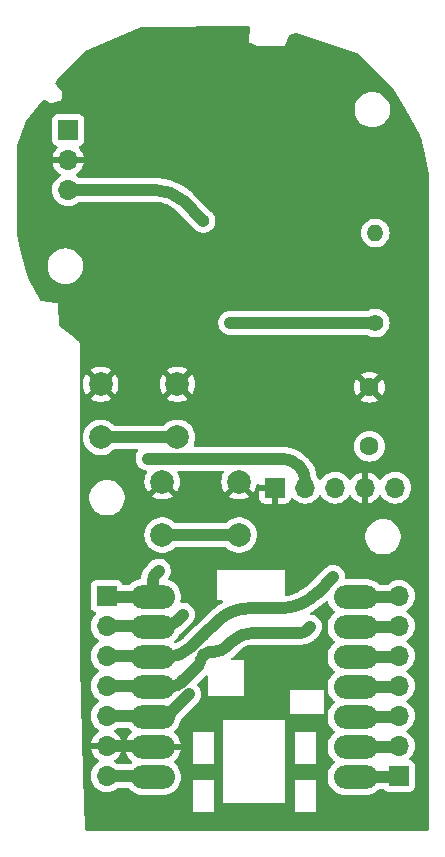
<source format=gtl>
%TF.GenerationSoftware,KiCad,Pcbnew,7.0.1*%
%TF.CreationDate,2023-04-13T23:50:02-04:00*%
%TF.ProjectId,YakBak-soldering-kit,59616b42-616b-42d7-936f-6c646572696e,rev?*%
%TF.SameCoordinates,Original*%
%TF.FileFunction,Copper,L1,Top*%
%TF.FilePolarity,Positive*%
%FSLAX46Y46*%
G04 Gerber Fmt 4.6, Leading zero omitted, Abs format (unit mm)*
G04 Created by KiCad (PCBNEW 7.0.1) date 2023-04-13 23:50:02*
%MOMM*%
%LPD*%
G01*
G04 APERTURE LIST*
G04 Aperture macros list*
%AMRoundRect*
0 Rectangle with rounded corners*
0 $1 Rounding radius*
0 $2 $3 $4 $5 $6 $7 $8 $9 X,Y pos of 4 corners*
0 Add a 4 corners polygon primitive as box body*
4,1,4,$2,$3,$4,$5,$6,$7,$8,$9,$2,$3,0*
0 Add four circle primitives for the rounded corners*
1,1,$1+$1,$2,$3*
1,1,$1+$1,$4,$5*
1,1,$1+$1,$6,$7*
1,1,$1+$1,$8,$9*
0 Add four rect primitives between the rounded corners*
20,1,$1+$1,$2,$3,$4,$5,0*
20,1,$1+$1,$4,$5,$6,$7,0*
20,1,$1+$1,$6,$7,$8,$9,0*
20,1,$1+$1,$8,$9,$2,$3,0*%
G04 Aperture macros list end*
%TA.AperFunction,ComponentPad*%
%ADD10R,1.700000X1.700000*%
%TD*%
%TA.AperFunction,ComponentPad*%
%ADD11O,1.700000X1.700000*%
%TD*%
%TA.AperFunction,ComponentPad*%
%ADD12C,2.000000*%
%TD*%
%TA.AperFunction,SMDPad,CuDef*%
%ADD13RoundRect,1.000000X0.875000X0.000000X-0.875000X0.000000X-0.875000X0.000000X0.875000X0.000000X0*%
%TD*%
%TA.AperFunction,ComponentPad*%
%ADD14C,1.600000*%
%TD*%
%TA.AperFunction,ComponentPad*%
%ADD15C,1.400000*%
%TD*%
%TA.AperFunction,ComponentPad*%
%ADD16O,1.400000X1.400000*%
%TD*%
%TA.AperFunction,ViaPad*%
%ADD17C,0.800000*%
%TD*%
%TA.AperFunction,Conductor*%
%ADD18C,1.000000*%
%TD*%
G04 APERTURE END LIST*
D10*
%TO.P,J2,1,Pin_1*%
%TO.N,/D0*%
X122250000Y-109660000D03*
D11*
%TO.P,J2,2,Pin_2*%
%TO.N,/D1*%
X122250000Y-107120000D03*
%TO.P,J2,3,Pin_3*%
%TO.N,/D2*%
X122250000Y-104580000D03*
%TO.P,J2,4,Pin_4*%
%TO.N,/D3*%
X122250000Y-102040000D03*
%TO.P,J2,5,Pin_5*%
%TO.N,/D4*%
X122250000Y-99500000D03*
%TO.P,J2,6,Pin_6*%
%TO.N,/D5*%
X122250000Y-96960000D03*
%TO.P,J2,7,Pin_7*%
%TO.N,/D6*%
X122250000Y-94420000D03*
%TD*%
D12*
%TO.P,SW1,1,1*%
%TO.N,GND*%
X97000000Y-76500000D03*
X103500000Y-76500000D03*
%TO.P,SW1,2,2*%
%TO.N,/D8*%
X97000000Y-81000000D03*
X103500000Y-81000000D03*
%TD*%
D10*
%TO.P,J1,1,Pin_1*%
%TO.N,/D7*%
X97500000Y-94420000D03*
D11*
%TO.P,J1,2,Pin_2*%
%TO.N,/D8*%
X97500000Y-96960000D03*
%TO.P,J1,3,Pin_3*%
%TO.N,/D9*%
X97500000Y-99500000D03*
%TO.P,J1,4,Pin_4*%
%TO.N,/D10*%
X97500000Y-102040000D03*
%TO.P,J1,5,Pin_5*%
%TO.N,+3.3V*%
X97500000Y-104580000D03*
%TO.P,J1,6,Pin_6*%
%TO.N,GND*%
X97500000Y-107120000D03*
%TO.P,J1,7,Pin_7*%
%TO.N,+5V*%
X97500000Y-109660000D03*
%TD*%
D12*
%TO.P,SW2,1,1*%
%TO.N,GND*%
X102212000Y-84750000D03*
X108712000Y-84750000D03*
%TO.P,SW2,2,2*%
%TO.N,/D7*%
X102212000Y-89250000D03*
X108712000Y-89250000D03*
%TD*%
D13*
%TO.P,U1,1,PA02_A0_D0*%
%TO.N,/D0*%
X118582500Y-109750700D03*
%TO.P,U1,2,PA4_A1_D1*%
%TO.N,/D1*%
X118582500Y-107210700D03*
%TO.P,U1,3,PA10_A2_D2*%
%TO.N,/D2*%
X118582500Y-104670700D03*
%TO.P,U1,4,PA11_A3_D3*%
%TO.N,/D3*%
X118582500Y-102130700D03*
%TO.P,U1,5,PA8_A4_D4_SDA*%
%TO.N,/D4*%
X118582500Y-99590700D03*
%TO.P,U1,6,PA9_A5_D5_SCL*%
%TO.N,/D5*%
X118582500Y-97050700D03*
%TO.P,U1,7,PB08_A6_D6_TX*%
%TO.N,/D6*%
X118582500Y-94510700D03*
%TO.P,U1,8,PB09_A7_D7_RX*%
%TO.N,/D7*%
X101417500Y-94510700D03*
%TO.P,U1,9,PA7_A8_D8_SCK*%
%TO.N,/D8*%
X101417500Y-97050700D03*
%TO.P,U1,10,PA5_A9_D9_MISO*%
%TO.N,/D9*%
X101417500Y-99590700D03*
%TO.P,U1,11,PA6_A10_D10_MOSI*%
%TO.N,/D10*%
X101417500Y-102130700D03*
%TO.P,U1,12,3V3*%
%TO.N,+3.3V*%
X101417500Y-104670700D03*
%TO.P,U1,13,GND*%
%TO.N,GND*%
X101417500Y-107210700D03*
%TO.P,U1,14,5V*%
%TO.N,+5V*%
X101417500Y-109750700D03*
%TD*%
D14*
%TO.P,C1,1*%
%TO.N,Net-(U3-A+)*%
X119750000Y-81750000D03*
%TO.P,C1,2*%
%TO.N,GND*%
X119750000Y-76750000D03*
%TD*%
D10*
%TO.P,U2,1,OUT*%
%TO.N,/D0*%
X94250000Y-54960000D03*
D11*
%TO.P,U2,2,GND*%
%TO.N,GND*%
X94250000Y-57500000D03*
%TO.P,U2,3,VCC*%
%TO.N,+3.3V*%
X94250000Y-60040000D03*
%TD*%
D15*
%TO.P,R1,1*%
%TO.N,/D10*%
X120250000Y-71310000D03*
D16*
%TO.P,R1,2*%
%TO.N,Net-(U3-A+)*%
X120250000Y-63690000D03*
%TD*%
D10*
%TO.P,U3,1,GND*%
%TO.N,GND*%
X111760000Y-85250000D03*
D11*
%TO.P,U3,2,Vin*%
%TO.N,+5V*%
X114300000Y-85250000D03*
%TO.P,U3,3,Shutdown*%
%TO.N,/D9*%
X116840000Y-85250000D03*
%TO.P,U3,4,A-*%
%TO.N,GND*%
X119380000Y-85250000D03*
%TO.P,U3,5,A+*%
%TO.N,Net-(U3-A+)*%
X121920000Y-85250000D03*
%TD*%
D17*
%TO.N,+5V*%
X100965000Y-82804000D03*
%TO.N,/D7*%
X101925000Y-92273000D03*
%TO.N,/D8*%
X104000000Y-96000000D03*
%TO.N,/D9*%
X116688000Y-92812000D03*
%TO.N,/D10*%
X107950000Y-71310000D03*
X114750000Y-97028000D03*
%TO.N,+3.3V*%
X104500000Y-102750000D03*
X105700000Y-62662696D03*
%TD*%
D18*
%TO.N,GND*%
X101372150Y-107165350D02*
X101417500Y-107210700D01*
X108962000Y-85000000D02*
X108712000Y-84750000D01*
X101262665Y-107120000D02*
X97500000Y-107120000D01*
X101372160Y-107165340D02*
G75*
G03*
X101262665Y-107120000I-109460J-109460D01*
G01*
%TO.N,+5V*%
X114300000Y-84598500D02*
X114300000Y-85250000D01*
X112348776Y-82804000D02*
X100965000Y-82804000D01*
X101372150Y-109705350D02*
X101417500Y-109750700D01*
X101262665Y-109660000D02*
X97500000Y-109660000D01*
X113728500Y-83375500D02*
X113839319Y-83486319D01*
X101372160Y-109705340D02*
G75*
G03*
X101262665Y-109660000I-109460J-109460D01*
G01*
X114299988Y-84598500D02*
G75*
G03*
X113839319Y-83486319I-1572888J0D01*
G01*
X113728507Y-83375493D02*
G75*
G03*
X112348776Y-82804000I-1379707J-1379707D01*
G01*
%TO.N,/D0*%
X122204650Y-109705350D02*
X122250000Y-109660000D01*
X122095165Y-109750700D02*
X118582500Y-109750700D01*
X122095165Y-109750685D02*
G75*
G03*
X122204650Y-109705350I35J154785D01*
G01*
%TO.N,/D1*%
X122095165Y-107210700D02*
X118582500Y-107210700D01*
X122204650Y-107165350D02*
X122250000Y-107120000D01*
X122095165Y-107210685D02*
G75*
G03*
X122204650Y-107165350I35J154785D01*
G01*
%TO.N,/D2*%
X122204650Y-104625350D02*
X122250000Y-104580000D01*
X122095165Y-104670700D02*
X118582500Y-104670700D01*
X122095165Y-104670685D02*
G75*
G03*
X122204650Y-104625350I35J154785D01*
G01*
%TO.N,/D3*%
X122204650Y-102085350D02*
X122250000Y-102040000D01*
X122095165Y-102130700D02*
X118582500Y-102130700D01*
X122095165Y-102130685D02*
G75*
G03*
X122204650Y-102085350I35J154785D01*
G01*
%TO.N,/D4*%
X122095165Y-99590700D02*
X118582500Y-99590700D01*
X122204650Y-99545350D02*
X122250000Y-99500000D01*
X122095165Y-99590685D02*
G75*
G03*
X122204650Y-99545350I35J154785D01*
G01*
%TO.N,/D5*%
X122204650Y-97005350D02*
X122250000Y-96960000D01*
X122095165Y-97050700D02*
X118582500Y-97050700D01*
X122095165Y-97050685D02*
G75*
G03*
X122204650Y-97005350I35J154785D01*
G01*
%TO.N,/D6*%
X122095165Y-94510700D02*
X118582500Y-94510700D01*
X122204650Y-94465350D02*
X122250000Y-94420000D01*
X122095165Y-94510685D02*
G75*
G03*
X122204650Y-94465350I35J154785D01*
G01*
%TO.N,/D7*%
X97654834Y-94510700D02*
X101417500Y-94510700D01*
X101417500Y-93139356D02*
X101417500Y-94510700D01*
X97545350Y-94465350D02*
X97500000Y-94420000D01*
X101671250Y-92526750D02*
X101925000Y-92273000D01*
X102212000Y-89250000D02*
X108712000Y-89250000D01*
X101671283Y-92526783D02*
G75*
G03*
X101417500Y-93139356I612517J-612617D01*
G01*
X97545340Y-94465360D02*
G75*
G03*
X97654834Y-94510700I109460J109460D01*
G01*
%TO.N,/D8*%
X102206342Y-97050700D02*
X101481634Y-97050700D01*
X97000000Y-81000000D02*
X103500000Y-81000000D01*
X101262665Y-96960000D02*
X97500000Y-96960000D01*
X104000000Y-96000000D02*
X103474650Y-96525350D01*
X101372140Y-97005360D02*
G75*
G03*
X101481634Y-97050700I109460J109460D01*
G01*
X101372160Y-97005340D02*
G75*
G03*
X101262665Y-96960000I-109460J-109460D01*
G01*
X102206342Y-97050717D02*
G75*
G03*
X103474649Y-96525349I-42J1793717D01*
G01*
%TO.N,/D9*%
X101262665Y-99500000D02*
X97500000Y-99500000D01*
X116688000Y-92812000D02*
X115360418Y-94139581D01*
X104625188Y-98767246D02*
X105440232Y-97952201D01*
X102637194Y-99590700D02*
X101433661Y-99590700D01*
X106827742Y-96618274D02*
X105771575Y-97674441D01*
X101394644Y-99566054D02*
X101394644Y-99566949D01*
X105481472Y-97936067D02*
X105574530Y-97856589D01*
X101406072Y-99579272D02*
X101395276Y-99568476D01*
X112155353Y-95467163D02*
X109606771Y-95467163D01*
X105574531Y-97856591D02*
G75*
G03*
X105771574Y-97674440I-2219931J2599091D01*
G01*
X105460535Y-97943815D02*
G75*
G03*
X105440232Y-97952201I-35J-28685D01*
G01*
X101406095Y-99579249D02*
G75*
G03*
X101433661Y-99590700I27605J27549D01*
G01*
X112155353Y-95467195D02*
G75*
G03*
X115360418Y-94139581I-53J4532695D01*
G01*
X105460535Y-97943825D02*
G75*
G03*
X105481472Y-97936067I-35J32225D01*
G01*
X101372160Y-99545340D02*
G75*
G03*
X101262665Y-99500000I-109460J-109460D01*
G01*
X102637194Y-99590680D02*
G75*
G03*
X104625188Y-98767246I6J2811480D01*
G01*
X101394644Y-99566054D02*
G75*
G03*
X101372150Y-99545350I-691244J-728446D01*
G01*
X109606771Y-95467142D02*
G75*
G03*
X106827743Y-96618275I29J-3930158D01*
G01*
X101394609Y-99566950D02*
G75*
G03*
X101395276Y-99568476I2191J50D01*
G01*
%TO.N,/D10*%
X113963598Y-97544022D02*
X113998213Y-97538540D01*
X106588453Y-99143792D02*
X106286665Y-99143792D01*
X114410735Y-97358815D02*
X114382382Y-97379414D01*
X103757943Y-101794999D02*
X103981710Y-101571233D01*
X105704598Y-99384891D02*
X105648587Y-99440903D01*
X114513782Y-97264217D02*
X114750000Y-97028000D01*
X107950000Y-71310000D02*
X120250000Y-71310000D01*
X103166461Y-102040000D02*
X97500000Y-102040000D01*
X108028103Y-98346895D02*
X107685704Y-98689295D01*
X109951981Y-97550000D02*
X113823842Y-97550000D01*
X104084232Y-101528766D02*
X105278410Y-100334589D01*
X103166461Y-102039966D02*
G75*
G03*
X103757943Y-101794999I39J836466D01*
G01*
X114263220Y-97452432D02*
G75*
G03*
X114382382Y-97379413I-404420J793732D01*
G01*
X113823842Y-97549999D02*
G75*
G03*
X113893936Y-97549751I-542J10068199D01*
G01*
X114410739Y-97358821D02*
G75*
G03*
X114464044Y-97313607I-274139J377221D01*
G01*
X105278381Y-100334560D02*
G75*
G03*
X105463499Y-99887746I-446781J446860D01*
G01*
X113998212Y-97538532D02*
G75*
G03*
X114134105Y-97505916I-139312J879832D01*
G01*
X109951981Y-97549994D02*
G75*
G03*
X108028104Y-98346896I19J-2720806D01*
G01*
X106588453Y-99143745D02*
G75*
G03*
X107685704Y-98689295I47J1551745D01*
G01*
X106286665Y-99143779D02*
G75*
G03*
X105704598Y-99384891I35J-823221D01*
G01*
X113893936Y-97549758D02*
G75*
G03*
X113963598Y-97544022I-3336J466358D01*
G01*
X104032972Y-101549977D02*
G75*
G03*
X104084232Y-101528766I28J72477D01*
G01*
X104032972Y-101549982D02*
G75*
G03*
X103981711Y-101571234I28J-72518D01*
G01*
X105648571Y-99440887D02*
G75*
G03*
X105463499Y-99887746I446829J-446813D01*
G01*
X114134105Y-97505916D02*
G75*
G03*
X114263222Y-97452435I-275205J847016D01*
G01*
X114464044Y-97313607D02*
G75*
G03*
X114513782Y-97264217I-7091344J7191107D01*
G01*
%TO.N,+3.3V*%
X101262665Y-104580000D02*
X97500000Y-104580000D01*
X105698608Y-62662696D02*
X105700000Y-62662696D01*
X101528740Y-60040000D02*
X94250000Y-60040000D01*
X105696233Y-62661712D02*
X104041111Y-61006590D01*
X101481634Y-104670700D02*
X101998400Y-104670700D01*
X102990058Y-104259941D02*
X104500000Y-102750000D01*
X101372160Y-104625340D02*
G75*
G03*
X101262665Y-104580000I-109460J-109460D01*
G01*
X101998400Y-104670704D02*
G75*
G03*
X102990058Y-104259941I0J1402404D01*
G01*
X104041102Y-61006600D02*
G75*
G03*
X101528740Y-60040001I-2516002J-2791200D01*
G01*
X101372140Y-104625360D02*
G75*
G03*
X101481634Y-104670700I109460J109460D01*
G01*
X105696221Y-62661724D02*
G75*
G03*
X105698608Y-62662696I2379J2424D01*
G01*
%TD*%
%TA.AperFunction,Conductor*%
%TO.N,GND*%
G36*
X98971246Y-107340174D02*
G01*
X99026671Y-107375090D01*
X99056571Y-107433375D01*
X99099932Y-107640173D01*
X99190293Y-107871749D01*
X99317545Y-108085307D01*
X99478204Y-108274995D01*
X99608972Y-108385750D01*
X99641333Y-108428225D01*
X99652831Y-108480372D01*
X99641333Y-108532518D01*
X99608972Y-108574994D01*
X99543883Y-108630122D01*
X99506420Y-108651924D01*
X99463742Y-108659500D01*
X98460758Y-108659500D01*
X98413305Y-108650061D01*
X98373077Y-108623181D01*
X98371404Y-108621508D01*
X98371403Y-108621507D01*
X98371401Y-108621505D01*
X98185402Y-108491267D01*
X98146539Y-108446951D01*
X98132528Y-108389694D01*
X98146539Y-108332437D01*
X98185405Y-108288119D01*
X98371078Y-108158109D01*
X98538106Y-107991081D01*
X98673600Y-107797576D01*
X98773430Y-107583491D01*
X98815435Y-107426729D01*
X98848500Y-107370180D01*
X98905764Y-107338369D01*
X98971246Y-107340174D01*
G37*
%TD.AperFunction*%
%TA.AperFunction,Conductor*%
G36*
X99341370Y-105591998D02*
G01*
X99383842Y-105624356D01*
X99477850Y-105735350D01*
X99477853Y-105735353D01*
X99608971Y-105846405D01*
X99641332Y-105888880D01*
X99652830Y-105941027D01*
X99641333Y-105993173D01*
X99608972Y-106035649D01*
X99478202Y-106146407D01*
X99317545Y-106336092D01*
X99190293Y-106549650D01*
X99099933Y-106781225D01*
X99077909Y-106886260D01*
X99048008Y-106944544D01*
X98992584Y-106979460D01*
X98927102Y-106981265D01*
X98869838Y-106949454D01*
X98836773Y-106892905D01*
X98773430Y-106656508D01*
X98673599Y-106442421D01*
X98538109Y-106248921D01*
X98371081Y-106081893D01*
X98185404Y-105951880D01*
X98146539Y-105907562D01*
X98132528Y-105850305D01*
X98146539Y-105793048D01*
X98185402Y-105748732D01*
X98371401Y-105618495D01*
X98373077Y-105616818D01*
X98413305Y-105589939D01*
X98460758Y-105580500D01*
X99289223Y-105580500D01*
X99341370Y-105591998D01*
G37*
%TD.AperFunction*%
%TA.AperFunction,Conductor*%
G36*
X109594438Y-46212203D02*
G01*
X109640363Y-46263031D01*
X109652292Y-46330487D01*
X109543991Y-47359877D01*
X109535650Y-47392915D01*
X109536799Y-47412379D01*
X109536479Y-47426337D01*
X109538279Y-47441322D01*
X109538948Y-47448798D01*
X109541445Y-47491086D01*
X109564254Y-47526798D01*
X109568107Y-47533254D01*
X109588696Y-47570259D01*
X109624730Y-47592532D01*
X109630999Y-47596675D01*
X109643326Y-47605369D01*
X109655764Y-47611714D01*
X109672029Y-47621768D01*
X109672030Y-47621768D01*
X109672347Y-47621964D01*
X109705383Y-47630306D01*
X110234651Y-47847764D01*
X110264191Y-47865133D01*
X110282811Y-47869383D01*
X110295863Y-47873523D01*
X110311212Y-47876085D01*
X110318386Y-47877501D01*
X110331070Y-47880397D01*
X110331073Y-47880397D01*
X110333531Y-47880958D01*
X110347175Y-47882089D01*
X110365778Y-47885196D01*
X110366018Y-47885236D01*
X110399945Y-47880397D01*
X112343745Y-47880397D01*
X112352612Y-47882282D01*
X112372970Y-47881673D01*
X112372971Y-47881674D01*
X112413860Y-47880452D01*
X112417564Y-47880397D01*
X112442271Y-47880397D01*
X112450369Y-47879360D01*
X112464455Y-47878940D01*
X112468249Y-47876970D01*
X112497778Y-47866140D01*
X112501956Y-47865187D01*
X112512986Y-47856389D01*
X112533181Y-47843277D01*
X112545695Y-47836784D01*
X112548260Y-47833360D01*
X112570173Y-47810784D01*
X112573513Y-47808121D01*
X112579623Y-47795432D01*
X112583866Y-47788451D01*
X112586695Y-47782096D01*
X112586698Y-47782093D01*
X112593941Y-47765824D01*
X112595451Y-47762564D01*
X112613225Y-47725660D01*
X112613225Y-47725657D01*
X112622061Y-47707310D01*
X112623948Y-47698439D01*
X112681899Y-47568295D01*
X112939984Y-46988701D01*
X112967116Y-46949953D01*
X113006785Y-46924184D01*
X113473081Y-46735684D01*
X113519554Y-46726647D01*
X113616483Y-46726647D01*
X113656329Y-46733223D01*
X118725801Y-48453465D01*
X118772904Y-48482482D01*
X121757431Y-51417780D01*
X121778519Y-51445327D01*
X122725087Y-53125665D01*
X123996202Y-55382137D01*
X124071487Y-55515781D01*
X124083887Y-55547131D01*
X124553378Y-57463204D01*
X124554671Y-57469095D01*
X124797230Y-58719211D01*
X124799500Y-58742830D01*
X124799500Y-107874277D01*
X124782518Y-114175834D01*
X124765794Y-114237693D01*
X124720422Y-114282943D01*
X124658518Y-114299500D01*
X95783454Y-114299500D01*
X95722543Y-114283509D01*
X95677342Y-114239659D01*
X95659511Y-114179261D01*
X95522387Y-109660000D01*
X96144340Y-109660000D01*
X96164936Y-109895407D01*
X96205207Y-110045698D01*
X96226097Y-110123663D01*
X96325965Y-110337830D01*
X96461505Y-110531401D01*
X96628599Y-110698495D01*
X96822170Y-110834035D01*
X97036337Y-110933903D01*
X97264592Y-110995063D01*
X97500000Y-111015659D01*
X97735408Y-110995063D01*
X97963663Y-110933903D01*
X98177830Y-110834035D01*
X98371401Y-110698495D01*
X98373076Y-110696819D01*
X98413305Y-110669939D01*
X98460758Y-110660500D01*
X99289223Y-110660500D01*
X99341370Y-110671998D01*
X99383842Y-110704356D01*
X99477850Y-110815350D01*
X99477853Y-110815353D01*
X99667603Y-110976065D01*
X99881226Y-111103355D01*
X99881227Y-111103356D01*
X100112886Y-111193750D01*
X100356263Y-111244781D01*
X100459658Y-111251200D01*
X102375338Y-111251200D01*
X102375342Y-111251200D01*
X102478737Y-111244781D01*
X102722114Y-111193750D01*
X102953773Y-111103356D01*
X103120362Y-111004091D01*
X103167396Y-110976065D01*
X103357150Y-110815350D01*
X103517865Y-110625596D01*
X103573991Y-110531404D01*
X103645156Y-110411973D01*
X103735550Y-110180314D01*
X103763776Y-110045699D01*
X104820500Y-110045699D01*
X104820500Y-110045700D01*
X104820502Y-112712698D01*
X104820503Y-112712699D01*
X106598502Y-112712700D01*
X106598500Y-110045699D01*
X104820500Y-110045699D01*
X103763776Y-110045699D01*
X103786581Y-109936937D01*
X103793000Y-109833542D01*
X103793000Y-109667858D01*
X103786581Y-109564463D01*
X103735550Y-109321086D01*
X103645156Y-109089427D01*
X103581245Y-108982170D01*
X103517865Y-108875803D01*
X103357150Y-108686049D01*
X103226028Y-108574994D01*
X103193667Y-108532518D01*
X103182169Y-108480372D01*
X103193667Y-108428226D01*
X103226028Y-108385750D01*
X103356795Y-108274995D01*
X103517454Y-108085307D01*
X103644706Y-107871749D01*
X103735066Y-107640173D01*
X103772699Y-107460700D01*
X101291500Y-107460700D01*
X101229500Y-107444087D01*
X101184113Y-107398700D01*
X101167500Y-107336700D01*
X101167500Y-107084700D01*
X101184113Y-107022700D01*
X101229500Y-106977313D01*
X101291500Y-106960700D01*
X103772698Y-106960700D01*
X103735066Y-106781226D01*
X103644706Y-106549650D01*
X103517454Y-106336092D01*
X103356798Y-106146407D01*
X103226027Y-106035649D01*
X103193667Y-105993173D01*
X103191137Y-105981697D01*
X104820500Y-105981697D01*
X104820500Y-108648700D01*
X106598501Y-108648702D01*
X106598499Y-105981699D01*
X106598499Y-105981698D01*
X104820500Y-105981697D01*
X103191137Y-105981697D01*
X103182169Y-105941027D01*
X103193667Y-105888880D01*
X103226025Y-105846407D01*
X103357150Y-105735350D01*
X103456123Y-105618494D01*
X103517865Y-105545596D01*
X103573991Y-105451404D01*
X103645156Y-105331973D01*
X103735550Y-105100314D01*
X103763775Y-104965700D01*
X107360499Y-104965700D01*
X107360502Y-111950698D01*
X107360503Y-111950698D01*
X107360503Y-111950699D01*
X112567502Y-111950696D01*
X112567501Y-110045698D01*
X113456500Y-110045698D01*
X113456500Y-112712700D01*
X113456500Y-112712701D01*
X115234503Y-112712700D01*
X115234502Y-110045699D01*
X115234501Y-110045698D01*
X113456500Y-110045698D01*
X112567501Y-110045698D01*
X112567499Y-105981700D01*
X113456498Y-105981700D01*
X113456498Y-105981701D01*
X113456502Y-108648701D01*
X113456504Y-108648701D01*
X115234500Y-108648703D01*
X115234499Y-105981700D01*
X113456498Y-105981700D01*
X112567499Y-105981700D01*
X112567498Y-104965701D01*
X112567497Y-104965700D01*
X107360499Y-104965700D01*
X103763775Y-104965700D01*
X103773328Y-104920140D01*
X103785633Y-104886574D01*
X103807003Y-104857914D01*
X104270716Y-104394202D01*
X113011999Y-104394202D01*
X115933002Y-104394200D01*
X115933001Y-102362197D01*
X115933000Y-102362197D01*
X113011999Y-102362200D01*
X113011999Y-104394201D01*
X113011999Y-104394202D01*
X104270716Y-104394202D01*
X105243340Y-103421580D01*
X105339698Y-103303407D01*
X105433909Y-103123049D01*
X105467542Y-103005506D01*
X105489887Y-102927419D01*
X105491107Y-102911401D01*
X105505337Y-102724524D01*
X105479630Y-102522672D01*
X105413816Y-102330128D01*
X105310591Y-102154773D01*
X105181977Y-102012418D01*
X105153197Y-101957323D01*
X105154771Y-101895180D01*
X105186304Y-101841613D01*
X105878822Y-101149097D01*
X105928181Y-101118850D01*
X105985897Y-101114308D01*
X106039384Y-101136463D01*
X106076984Y-101180486D01*
X106090499Y-101236781D01*
X106090499Y-101940256D01*
X106090499Y-102933698D01*
X109138500Y-102933700D01*
X109138501Y-99885702D01*
X108160134Y-99885702D01*
X108101373Y-99870895D01*
X108056646Y-99830011D01*
X108036633Y-99772814D01*
X108046114Y-99712963D01*
X108082825Y-99664752D01*
X108291782Y-99498129D01*
X108311430Y-99478481D01*
X108311463Y-99478456D01*
X108321221Y-99468697D01*
X108321224Y-99468696D01*
X108395439Y-99394481D01*
X108458693Y-99331231D01*
X108458693Y-99331229D01*
X108467358Y-99322566D01*
X108467381Y-99322537D01*
X108697062Y-99092856D01*
X108732700Y-99057218D01*
X108738595Y-99051696D01*
X108898644Y-98911338D01*
X108911490Y-98901481D01*
X109085094Y-98785483D01*
X109099129Y-98777379D01*
X109286381Y-98685037D01*
X109301351Y-98678836D01*
X109499055Y-98611724D01*
X109514709Y-98607529D01*
X109719481Y-98566797D01*
X109735552Y-98564681D01*
X109947838Y-98550765D01*
X109955949Y-98550500D01*
X113719773Y-98550500D01*
X113719837Y-98550505D01*
X113731181Y-98550504D01*
X113731186Y-98550505D01*
X113795159Y-98550500D01*
X113800159Y-98550947D01*
X113808381Y-98550888D01*
X113808385Y-98550889D01*
X113849470Y-98550595D01*
X113849524Y-98550605D01*
X113863686Y-98550503D01*
X113864584Y-98550500D01*
X113878964Y-98550500D01*
X113881244Y-98550375D01*
X113901093Y-98550232D01*
X113929110Y-98550029D01*
X113993663Y-98549577D01*
X113993668Y-98549576D01*
X114000085Y-98549531D01*
X114019443Y-98548113D01*
X114019609Y-98548121D01*
X114078156Y-98538847D01*
X114078183Y-98538845D01*
X114083964Y-98537929D01*
X114083968Y-98537929D01*
X114120200Y-98532190D01*
X114120203Y-98532190D01*
X114191182Y-98520948D01*
X114204829Y-98518787D01*
X114204829Y-98518786D01*
X114211578Y-98517718D01*
X114211731Y-98517684D01*
X114211767Y-98517679D01*
X114211769Y-98517678D01*
X114214520Y-98517242D01*
X114222887Y-98514875D01*
X114300453Y-98498393D01*
X114330155Y-98490435D01*
X114346251Y-98487248D01*
X114355097Y-98486098D01*
X114437609Y-98459289D01*
X114443203Y-98457472D01*
X114531378Y-98428829D01*
X114539216Y-98424557D01*
X114554110Y-98417678D01*
X114582831Y-98406654D01*
X114610904Y-98394155D01*
X114626285Y-98388495D01*
X114634828Y-98385979D01*
X114690409Y-98357660D01*
X114717436Y-98343889D01*
X114800041Y-98301800D01*
X114807102Y-98296363D01*
X114820750Y-98287229D01*
X114847310Y-98271896D01*
X114847312Y-98271895D01*
X114863674Y-98261269D01*
X114880001Y-98252333D01*
X114888138Y-98248645D01*
X114913947Y-98229893D01*
X114914075Y-98229818D01*
X114923913Y-98222668D01*
X114923918Y-98222666D01*
X114956173Y-98199224D01*
X114956235Y-98199197D01*
X115021081Y-98152060D01*
X115021111Y-98152038D01*
X115027573Y-98147342D01*
X115045432Y-98134370D01*
X115045434Y-98134367D01*
X115045698Y-98134176D01*
X115057295Y-98123464D01*
X115077561Y-98107127D01*
X115086015Y-98100884D01*
X115100533Y-98091088D01*
X115138723Y-98053426D01*
X115142745Y-98050173D01*
X115149295Y-98043622D01*
X115149299Y-98043620D01*
X115194302Y-97998615D01*
X115194492Y-97998427D01*
X115232600Y-97960845D01*
X115232601Y-97960842D01*
X115238537Y-97954989D01*
X115241617Y-97951303D01*
X115286769Y-97906156D01*
X115286771Y-97906152D01*
X115296040Y-97896885D01*
X115296064Y-97896854D01*
X115493339Y-97699582D01*
X115589697Y-97581409D01*
X115683908Y-97401051D01*
X115739886Y-97205420D01*
X115755337Y-97002526D01*
X115729630Y-96800674D01*
X115663817Y-96608130D01*
X115560592Y-96432775D01*
X115495169Y-96360361D01*
X115424184Y-96281790D01*
X115279853Y-96175806D01*
X115260169Y-96161352D01*
X115260168Y-96161351D01*
X115260166Y-96161350D01*
X115075268Y-96076394D01*
X114877056Y-96030397D01*
X114856253Y-96029870D01*
X114794124Y-96011340D01*
X114749838Y-95963988D01*
X114735503Y-95900759D01*
X114755037Y-95838938D01*
X114803097Y-95795427D01*
X114861060Y-95765894D01*
X115231784Y-95538711D01*
X115535741Y-95317869D01*
X115583534Y-95283145D01*
X115583539Y-95283141D01*
X115914159Y-95000762D01*
X116052188Y-94862730D01*
X116109428Y-94830206D01*
X116175249Y-94831565D01*
X116231097Y-94866425D01*
X116261230Y-94924960D01*
X116264449Y-94940313D01*
X116354843Y-95171972D01*
X116482134Y-95385596D01*
X116642849Y-95575350D01*
X116773584Y-95686077D01*
X116805945Y-95728552D01*
X116817443Y-95780698D01*
X116805946Y-95832845D01*
X116773585Y-95875321D01*
X116642847Y-95986052D01*
X116482134Y-96175803D01*
X116354843Y-96389427D01*
X116264450Y-96621083D01*
X116242747Y-96724592D01*
X116213419Y-96864463D01*
X116207094Y-96966355D01*
X116207000Y-96967862D01*
X116207000Y-97133538D01*
X116213419Y-97236937D01*
X116264450Y-97480316D01*
X116354843Y-97711972D01*
X116482134Y-97925596D01*
X116642849Y-98115350D01*
X116773584Y-98226077D01*
X116805945Y-98268552D01*
X116817443Y-98320698D01*
X116805946Y-98372845D01*
X116773585Y-98415321D01*
X116642847Y-98526052D01*
X116482134Y-98715803D01*
X116354843Y-98929427D01*
X116264450Y-99161083D01*
X116242747Y-99264592D01*
X116213419Y-99404463D01*
X116207000Y-99507858D01*
X116207000Y-99673542D01*
X116210841Y-99735407D01*
X116213419Y-99776937D01*
X116264450Y-100020316D01*
X116354843Y-100251972D01*
X116482134Y-100465596D01*
X116642849Y-100655350D01*
X116773584Y-100766078D01*
X116805945Y-100808554D01*
X116817443Y-100860700D01*
X116805945Y-100912846D01*
X116773584Y-100955322D01*
X116642849Y-101066049D01*
X116482134Y-101255803D01*
X116354843Y-101469427D01*
X116264450Y-101701083D01*
X116213419Y-101944462D01*
X116207000Y-102047862D01*
X116207000Y-102213538D01*
X116213419Y-102316937D01*
X116264450Y-102560316D01*
X116354843Y-102791972D01*
X116482134Y-103005596D01*
X116642849Y-103195350D01*
X116773584Y-103306078D01*
X116805945Y-103348554D01*
X116817443Y-103400700D01*
X116805945Y-103452846D01*
X116773584Y-103495322D01*
X116642849Y-103606049D01*
X116482134Y-103795803D01*
X116354843Y-104009427D01*
X116264450Y-104241083D01*
X116213419Y-104484462D01*
X116207000Y-104587862D01*
X116207000Y-104753538D01*
X116213419Y-104856937D01*
X116264450Y-105100316D01*
X116354843Y-105331972D01*
X116482134Y-105545596D01*
X116642849Y-105735350D01*
X116773584Y-105846077D01*
X116805945Y-105888552D01*
X116817443Y-105940698D01*
X116805946Y-105992845D01*
X116773585Y-106035321D01*
X116642847Y-106146052D01*
X116482134Y-106335803D01*
X116354843Y-106549427D01*
X116264450Y-106781083D01*
X116213419Y-107024462D01*
X116207000Y-107127862D01*
X116207000Y-107293538D01*
X116213419Y-107396937D01*
X116264450Y-107640316D01*
X116354843Y-107871972D01*
X116482134Y-108085596D01*
X116642849Y-108275350D01*
X116773584Y-108386078D01*
X116805945Y-108428554D01*
X116817443Y-108480700D01*
X116805945Y-108532846D01*
X116773584Y-108575322D01*
X116642849Y-108686049D01*
X116482134Y-108875803D01*
X116354843Y-109089427D01*
X116264450Y-109321083D01*
X116213419Y-109564462D01*
X116207000Y-109667862D01*
X116207000Y-109833538D01*
X116213419Y-109936937D01*
X116264450Y-110180316D01*
X116354843Y-110411972D01*
X116482134Y-110625596D01*
X116642849Y-110815350D01*
X116832603Y-110976065D01*
X117046226Y-111103355D01*
X117046227Y-111103356D01*
X117277886Y-111193750D01*
X117521263Y-111244781D01*
X117624658Y-111251200D01*
X119540338Y-111251200D01*
X119540342Y-111251200D01*
X119643737Y-111244781D01*
X119887114Y-111193750D01*
X120118773Y-111103356D01*
X120285362Y-111004091D01*
X120332396Y-110976065D01*
X120439030Y-110885749D01*
X120522150Y-110815350D01*
X120539336Y-110795058D01*
X120581813Y-110762698D01*
X120633959Y-110751200D01*
X120893287Y-110751200D01*
X120948791Y-110764316D01*
X120992553Y-110800889D01*
X121042451Y-110867543D01*
X121042452Y-110867544D01*
X121042454Y-110867546D01*
X121157669Y-110953796D01*
X121292517Y-111004091D01*
X121352127Y-111010500D01*
X123147872Y-111010499D01*
X123207483Y-111004091D01*
X123342331Y-110953796D01*
X123457546Y-110867546D01*
X123543796Y-110752331D01*
X123594091Y-110617483D01*
X123600500Y-110557873D01*
X123600499Y-108762128D01*
X123594091Y-108702517D01*
X123543796Y-108567669D01*
X123457546Y-108452454D01*
X123342331Y-108366204D01*
X123235488Y-108326354D01*
X123210916Y-108317189D01*
X123160537Y-108282209D01*
X123133084Y-108227365D01*
X123135273Y-108166072D01*
X123166566Y-108113329D01*
X123288495Y-107991401D01*
X123424035Y-107797830D01*
X123523903Y-107583663D01*
X123585063Y-107355408D01*
X123605659Y-107120000D01*
X123585063Y-106884592D01*
X123523903Y-106656337D01*
X123424035Y-106442171D01*
X123288495Y-106248599D01*
X123121401Y-106081505D01*
X122935839Y-105951573D01*
X122896974Y-105907255D01*
X122882964Y-105849999D01*
X122896975Y-105792742D01*
X122935837Y-105748428D01*
X123121401Y-105618495D01*
X123288495Y-105451401D01*
X123424035Y-105257830D01*
X123523903Y-105043663D01*
X123585063Y-104815408D01*
X123605659Y-104580000D01*
X123585063Y-104344592D01*
X123523903Y-104116337D01*
X123424035Y-103902171D01*
X123288495Y-103708599D01*
X123121401Y-103541505D01*
X122935839Y-103411573D01*
X122896974Y-103367255D01*
X122882964Y-103309999D01*
X122896975Y-103252742D01*
X122935837Y-103208428D01*
X123121401Y-103078495D01*
X123288495Y-102911401D01*
X123424035Y-102717830D01*
X123523903Y-102503663D01*
X123585063Y-102275408D01*
X123605659Y-102040000D01*
X123585063Y-101804592D01*
X123523903Y-101576337D01*
X123424035Y-101362171D01*
X123288495Y-101168599D01*
X123121401Y-101001505D01*
X122935839Y-100871573D01*
X122896975Y-100827257D01*
X122882964Y-100770000D01*
X122896975Y-100712743D01*
X122935839Y-100668426D01*
X123121401Y-100538495D01*
X123288495Y-100371401D01*
X123424035Y-100177830D01*
X123523903Y-99963663D01*
X123585063Y-99735408D01*
X123605659Y-99500000D01*
X123585063Y-99264592D01*
X123523903Y-99036337D01*
X123424035Y-98822171D01*
X123288495Y-98628599D01*
X123121401Y-98461505D01*
X122935839Y-98331573D01*
X122896975Y-98287257D01*
X122882964Y-98230000D01*
X122896975Y-98172743D01*
X122935839Y-98128426D01*
X123121401Y-97998495D01*
X123288495Y-97831401D01*
X123424035Y-97637830D01*
X123523903Y-97423663D01*
X123585063Y-97195408D01*
X123605659Y-96960000D01*
X123585063Y-96724592D01*
X123523903Y-96496337D01*
X123424035Y-96282171D01*
X123288495Y-96088599D01*
X123121401Y-95921505D01*
X122935839Y-95791573D01*
X122896976Y-95747257D01*
X122882965Y-95690000D01*
X122896976Y-95632743D01*
X122935839Y-95588426D01*
X123121401Y-95458495D01*
X123288495Y-95291401D01*
X123424035Y-95097830D01*
X123523903Y-94883663D01*
X123585063Y-94655408D01*
X123605659Y-94420000D01*
X123585063Y-94184592D01*
X123523903Y-93956337D01*
X123424035Y-93742171D01*
X123288495Y-93548599D01*
X123121401Y-93381505D01*
X122927830Y-93245965D01*
X122713663Y-93146097D01*
X122652502Y-93129709D01*
X122485407Y-93084936D01*
X122250000Y-93064340D01*
X122014592Y-93084936D01*
X121786336Y-93146097D01*
X121572170Y-93245965D01*
X121378598Y-93381505D01*
X121286223Y-93473881D01*
X121245995Y-93500761D01*
X121198542Y-93510200D01*
X120633959Y-93510200D01*
X120581813Y-93498702D01*
X120539337Y-93466342D01*
X120522147Y-93446047D01*
X120332396Y-93285334D01*
X120118772Y-93158043D01*
X119887116Y-93067650D01*
X119643737Y-93016619D01*
X119540342Y-93010200D01*
X119540338Y-93010200D01*
X117810105Y-93010200D01*
X117745405Y-92991982D01*
X117699715Y-92942681D01*
X117686463Y-92876787D01*
X117693337Y-92786524D01*
X117667630Y-92584672D01*
X117601816Y-92392128D01*
X117498591Y-92216773D01*
X117362179Y-92065787D01*
X117198167Y-91945351D01*
X117144347Y-91920622D01*
X117013268Y-91860394D01*
X116815053Y-91814396D01*
X116611638Y-91809242D01*
X116411348Y-91845142D01*
X116222381Y-91920622D01*
X116052481Y-92032598D01*
X114655106Y-93429971D01*
X114650699Y-93434167D01*
X114400631Y-93660819D01*
X114391224Y-93668539D01*
X114122598Y-93867768D01*
X114112481Y-93874529D01*
X113975997Y-93956336D01*
X113825609Y-94046476D01*
X113814884Y-94052209D01*
X113512547Y-94195206D01*
X113501304Y-94199863D01*
X113186415Y-94312535D01*
X113174771Y-94316068D01*
X112850339Y-94397338D01*
X112838403Y-94399712D01*
X112709693Y-94418805D01*
X112656962Y-94415241D01*
X112610505Y-94390041D01*
X112578761Y-94347784D01*
X112567498Y-94296151D01*
X112567498Y-92265698D01*
X112567497Y-92265698D01*
X106852498Y-92265700D01*
X106852498Y-94805697D01*
X106852499Y-94805698D01*
X107241123Y-94805698D01*
X107304244Y-94822966D01*
X107349785Y-94869960D01*
X107365062Y-94933593D01*
X107345820Y-94996140D01*
X107297418Y-95040183D01*
X107195690Y-95092016D01*
X106865335Y-95294462D01*
X106551878Y-95522204D01*
X106257264Y-95773830D01*
X106177326Y-95853770D01*
X105129668Y-96901427D01*
X105129665Y-96901430D01*
X105129661Y-96901432D01*
X105064739Y-96966355D01*
X105063585Y-96967494D01*
X105019966Y-97009987D01*
X105017612Y-97012221D01*
X104973496Y-97053003D01*
X104971083Y-97055176D01*
X104951344Y-97072487D01*
X104925785Y-97089793D01*
X104921882Y-97091777D01*
X104866687Y-97131804D01*
X104862130Y-97134956D01*
X104804713Y-97172798D01*
X104782105Y-97195407D01*
X104733312Y-97244200D01*
X104733245Y-97244267D01*
X104660028Y-97317372D01*
X104659479Y-97318031D01*
X104026226Y-97951287D01*
X103927158Y-98050355D01*
X103920607Y-98056905D01*
X103920607Y-98056906D01*
X103914689Y-98062447D01*
X103745744Y-98210603D01*
X103732877Y-98220477D01*
X103549436Y-98343046D01*
X103535388Y-98351156D01*
X103365161Y-98435100D01*
X103319139Y-98447573D01*
X103271812Y-98441756D01*
X103230179Y-98418511D01*
X103226414Y-98415322D01*
X103194054Y-98372848D01*
X103182556Y-98320701D01*
X103194054Y-98268554D01*
X103226415Y-98226078D01*
X103357150Y-98115350D01*
X103517863Y-97925598D01*
X103517863Y-97925596D01*
X103517866Y-97925594D01*
X103645156Y-97711973D01*
X103660430Y-97672827D01*
X103679284Y-97640236D01*
X103707054Y-97614804D01*
X103872830Y-97504036D01*
X104085048Y-97329872D01*
X104099958Y-97314961D01*
X104099961Y-97314959D01*
X104110167Y-97304752D01*
X104110169Y-97304752D01*
X104743340Y-96671580D01*
X104839698Y-96553407D01*
X104933909Y-96373049D01*
X104989886Y-96177418D01*
X105005337Y-95974524D01*
X104979630Y-95772672D01*
X104913816Y-95580128D01*
X104810590Y-95404773D01*
X104674179Y-95253787D01*
X104674178Y-95253786D01*
X104674176Y-95253784D01*
X104510166Y-95133350D01*
X104325268Y-95048394D01*
X104127054Y-95002397D01*
X103923636Y-94997242D01*
X103896767Y-95002058D01*
X103836903Y-94998041D01*
X103785934Y-94966388D01*
X103755791Y-94914512D01*
X103753531Y-94854558D01*
X103786581Y-94696937D01*
X103793000Y-94593542D01*
X103793000Y-94427858D01*
X103786581Y-94324463D01*
X103735550Y-94081086D01*
X103645156Y-93849427D01*
X103535208Y-93664909D01*
X103517865Y-93635803D01*
X103357150Y-93446049D01*
X103167396Y-93285334D01*
X102953772Y-93158043D01*
X102763831Y-93083928D01*
X102716344Y-93050923D01*
X102688990Y-92999972D01*
X102687717Y-92942156D01*
X102712804Y-92890050D01*
X102723621Y-92876784D01*
X102764698Y-92826407D01*
X102858909Y-92646049D01*
X102876472Y-92584672D01*
X102914887Y-92450419D01*
X102915844Y-92437841D01*
X102930337Y-92247523D01*
X102904630Y-92045672D01*
X102838816Y-91853128D01*
X102735591Y-91677773D01*
X102599179Y-91526786D01*
X102435167Y-91406351D01*
X102435166Y-91406350D01*
X102435164Y-91406349D01*
X102250268Y-91321394D01*
X102052053Y-91275396D01*
X101848638Y-91270242D01*
X101648348Y-91306142D01*
X101459381Y-91381622D01*
X101289481Y-91493598D01*
X100969310Y-91813769D01*
X100923836Y-91859242D01*
X100923269Y-91859869D01*
X100877352Y-91905778D01*
X100728360Y-92099918D01*
X100605980Y-92311851D01*
X100512316Y-92537933D01*
X100448961Y-92774319D01*
X100430250Y-92916379D01*
X100413540Y-92964153D01*
X100379132Y-93001270D01*
X100332759Y-93021547D01*
X100112883Y-93067650D01*
X99881227Y-93158043D01*
X99667603Y-93285334D01*
X99477852Y-93446047D01*
X99460663Y-93466342D01*
X99418187Y-93498702D01*
X99366041Y-93510200D01*
X98947971Y-93510200D01*
X98899158Y-93500188D01*
X98858228Y-93471770D01*
X98831789Y-93429534D01*
X98793796Y-93327669D01*
X98707546Y-93212454D01*
X98592331Y-93126204D01*
X98457483Y-93075909D01*
X98397873Y-93069500D01*
X98397869Y-93069500D01*
X96602130Y-93069500D01*
X96542515Y-93075909D01*
X96407669Y-93126204D01*
X96292454Y-93212454D01*
X96206204Y-93327668D01*
X96162050Y-93446050D01*
X96155909Y-93462517D01*
X96150783Y-93510200D01*
X96149500Y-93522130D01*
X96149500Y-95317869D01*
X96155909Y-95377484D01*
X96181056Y-95444907D01*
X96206204Y-95512331D01*
X96292454Y-95627546D01*
X96407669Y-95713796D01*
X96497383Y-95747257D01*
X96539082Y-95762810D01*
X96589462Y-95797789D01*
X96616915Y-95852634D01*
X96614726Y-95913926D01*
X96583431Y-95966673D01*
X96461503Y-96088601D01*
X96325965Y-96282170D01*
X96226097Y-96496336D01*
X96164936Y-96724592D01*
X96144340Y-96959999D01*
X96164936Y-97195407D01*
X96200966Y-97329872D01*
X96226097Y-97423663D01*
X96325965Y-97637830D01*
X96461505Y-97831401D01*
X96628599Y-97998495D01*
X96814160Y-98128426D01*
X96853024Y-98172743D01*
X96867035Y-98230000D01*
X96853024Y-98287257D01*
X96814158Y-98331575D01*
X96666310Y-98435100D01*
X96628595Y-98461508D01*
X96461505Y-98628598D01*
X96325965Y-98822170D01*
X96226097Y-99036336D01*
X96164936Y-99264592D01*
X96144340Y-99500000D01*
X96164936Y-99735407D01*
X96190108Y-99829350D01*
X96226097Y-99963663D01*
X96325965Y-100177830D01*
X96461505Y-100371401D01*
X96628599Y-100538495D01*
X96814160Y-100668426D01*
X96853024Y-100712743D01*
X96867035Y-100770000D01*
X96853024Y-100827257D01*
X96814158Y-100871575D01*
X96694556Y-100955322D01*
X96628595Y-101001508D01*
X96461505Y-101168598D01*
X96325965Y-101362170D01*
X96226097Y-101576336D01*
X96164936Y-101804592D01*
X96144340Y-102039999D01*
X96164936Y-102275407D01*
X96209709Y-102442501D01*
X96226097Y-102503663D01*
X96325965Y-102717830D01*
X96461505Y-102911401D01*
X96628599Y-103078495D01*
X96814160Y-103208426D01*
X96853024Y-103252743D01*
X96867035Y-103310000D01*
X96853024Y-103367257D01*
X96814160Y-103411574D01*
X96694556Y-103495322D01*
X96628595Y-103541508D01*
X96461505Y-103708598D01*
X96325965Y-103902170D01*
X96226097Y-104116336D01*
X96164936Y-104344592D01*
X96144340Y-104580000D01*
X96164936Y-104815407D01*
X96205207Y-104965700D01*
X96226097Y-105043663D01*
X96325965Y-105257830D01*
X96461505Y-105451401D01*
X96628599Y-105618495D01*
X96814597Y-105748732D01*
X96853460Y-105793048D01*
X96867471Y-105850305D01*
X96853461Y-105907561D01*
X96814595Y-105951880D01*
X96628919Y-106081892D01*
X96461890Y-106248921D01*
X96326400Y-106442421D01*
X96226569Y-106656507D01*
X96169364Y-106869999D01*
X96169364Y-106870000D01*
X97626000Y-106870000D01*
X97688000Y-106886613D01*
X97733387Y-106932000D01*
X97750000Y-106994000D01*
X97750000Y-107246000D01*
X97733387Y-107308000D01*
X97688000Y-107353387D01*
X97626000Y-107370000D01*
X96169364Y-107370000D01*
X96226569Y-107583492D01*
X96326399Y-107797576D01*
X96461893Y-107991081D01*
X96628918Y-108158106D01*
X96814595Y-108288119D01*
X96853460Y-108332437D01*
X96867471Y-108389694D01*
X96853460Y-108446951D01*
X96814595Y-108491269D01*
X96628595Y-108621508D01*
X96461505Y-108788598D01*
X96325965Y-108982170D01*
X96226097Y-109196336D01*
X96164936Y-109424592D01*
X96144340Y-109660000D01*
X95522387Y-109660000D01*
X95519488Y-109564462D01*
X95231909Y-100086542D01*
X95231853Y-100082763D01*
X95241493Y-89250000D01*
X100706356Y-89250000D01*
X100726891Y-89497816D01*
X100726891Y-89497819D01*
X100726892Y-89497821D01*
X100787937Y-89738881D01*
X100832960Y-89841523D01*
X100887825Y-89966604D01*
X100887827Y-89966607D01*
X101023836Y-90174785D01*
X101192256Y-90357738D01*
X101192259Y-90357740D01*
X101388485Y-90510470D01*
X101388487Y-90510471D01*
X101388491Y-90510474D01*
X101607190Y-90628828D01*
X101842386Y-90709571D01*
X102087665Y-90750500D01*
X102336335Y-90750500D01*
X102581614Y-90709571D01*
X102816810Y-90628828D01*
X103035509Y-90510474D01*
X103231744Y-90357738D01*
X103293624Y-90290517D01*
X103335045Y-90260944D01*
X103384855Y-90250500D01*
X107539145Y-90250500D01*
X107588955Y-90260944D01*
X107630375Y-90290517D01*
X107692256Y-90357738D01*
X107692259Y-90357740D01*
X107888485Y-90510470D01*
X107888487Y-90510471D01*
X107888491Y-90510474D01*
X108107190Y-90628828D01*
X108342386Y-90709571D01*
X108587665Y-90750500D01*
X108836335Y-90750500D01*
X109081614Y-90709571D01*
X109316810Y-90628828D01*
X109535509Y-90510474D01*
X109731744Y-90357738D01*
X109900164Y-90174785D01*
X110036173Y-89966607D01*
X110136063Y-89738881D01*
X110188368Y-89532335D01*
X119403500Y-89532335D01*
X119444429Y-89777614D01*
X119525172Y-90012810D01*
X119612829Y-90174785D01*
X119643529Y-90231514D01*
X119779036Y-90405612D01*
X119796262Y-90427744D01*
X119979215Y-90596164D01*
X120187393Y-90732173D01*
X120415119Y-90832063D01*
X120656179Y-90893108D01*
X120730480Y-90899264D01*
X120841927Y-90908500D01*
X120841933Y-90908500D01*
X120966067Y-90908500D01*
X120966073Y-90908500D01*
X121067387Y-90900104D01*
X121151821Y-90893108D01*
X121392881Y-90832063D01*
X121620607Y-90732173D01*
X121828785Y-90596164D01*
X122011738Y-90427744D01*
X122164474Y-90231509D01*
X122282828Y-90012810D01*
X122363571Y-89777614D01*
X122404500Y-89532335D01*
X122404500Y-89283665D01*
X122363571Y-89038386D01*
X122282828Y-88803190D01*
X122164474Y-88584491D01*
X122164471Y-88584487D01*
X122164470Y-88584485D01*
X122011740Y-88388259D01*
X122011738Y-88388256D01*
X121828785Y-88219836D01*
X121620607Y-88083827D01*
X121620604Y-88083825D01*
X121495523Y-88028960D01*
X121392881Y-87983937D01*
X121151821Y-87922892D01*
X121151819Y-87922891D01*
X121151816Y-87922891D01*
X120966073Y-87907500D01*
X120966067Y-87907500D01*
X120841933Y-87907500D01*
X120841927Y-87907500D01*
X120656183Y-87922891D01*
X120656179Y-87922891D01*
X120656179Y-87922892D01*
X120415119Y-87983937D01*
X120415116Y-87983938D01*
X120415117Y-87983938D01*
X120187395Y-88083825D01*
X120097951Y-88142262D01*
X119979215Y-88219836D01*
X119979213Y-88219837D01*
X119979214Y-88219837D01*
X119796259Y-88388259D01*
X119643529Y-88584485D01*
X119525170Y-88803194D01*
X119444429Y-89038384D01*
X119444429Y-89038386D01*
X119403500Y-89283665D01*
X119403500Y-89532335D01*
X110188368Y-89532335D01*
X110197108Y-89497821D01*
X110217643Y-89250000D01*
X110197108Y-89002179D01*
X110136063Y-88761119D01*
X110036173Y-88533393D01*
X109900164Y-88325215D01*
X109731744Y-88142262D01*
X109656667Y-88083827D01*
X109535514Y-87989529D01*
X109535510Y-87989526D01*
X109535509Y-87989526D01*
X109316810Y-87871172D01*
X109316806Y-87871170D01*
X109316805Y-87871170D01*
X109081615Y-87790429D01*
X108836335Y-87749500D01*
X108587665Y-87749500D01*
X108342384Y-87790429D01*
X108107194Y-87871170D01*
X107888485Y-87989529D01*
X107692259Y-88142259D01*
X107630375Y-88209483D01*
X107588955Y-88239056D01*
X107539145Y-88249500D01*
X103384855Y-88249500D01*
X103335045Y-88239056D01*
X103293625Y-88209483D01*
X103291475Y-88207147D01*
X103231744Y-88142262D01*
X103156667Y-88083827D01*
X103035514Y-87989529D01*
X103035510Y-87989526D01*
X103035509Y-87989526D01*
X102816810Y-87871172D01*
X102816806Y-87871170D01*
X102816805Y-87871170D01*
X102581615Y-87790429D01*
X102336335Y-87749500D01*
X102087665Y-87749500D01*
X101842384Y-87790429D01*
X101607194Y-87871170D01*
X101388485Y-87989529D01*
X101192259Y-88142259D01*
X101023837Y-88325214D01*
X100887825Y-88533395D01*
X100797780Y-88738678D01*
X100787937Y-88761119D01*
X100726892Y-89002179D01*
X100726891Y-89002183D01*
X100706356Y-89250000D01*
X95241493Y-89250000D01*
X95244180Y-86230335D01*
X96035500Y-86230335D01*
X96076429Y-86475615D01*
X96157170Y-86710805D01*
X96157172Y-86710810D01*
X96275526Y-86929509D01*
X96275529Y-86929514D01*
X96411036Y-87103612D01*
X96428262Y-87125744D01*
X96611215Y-87294164D01*
X96819393Y-87430173D01*
X97047119Y-87530063D01*
X97288179Y-87591108D01*
X97362480Y-87597264D01*
X97473927Y-87606500D01*
X97473933Y-87606500D01*
X97598067Y-87606500D01*
X97598073Y-87606500D01*
X97699387Y-87598104D01*
X97783821Y-87591108D01*
X98024881Y-87530063D01*
X98252607Y-87430173D01*
X98460785Y-87294164D01*
X98643738Y-87125744D01*
X98796474Y-86929509D01*
X98914828Y-86710810D01*
X98995571Y-86475614D01*
X99036500Y-86230335D01*
X99036500Y-85981665D01*
X99035156Y-85973610D01*
X101341942Y-85973610D01*
X101388766Y-86010055D01*
X101607393Y-86128368D01*
X101842506Y-86209083D01*
X102087707Y-86250000D01*
X102336293Y-86250000D01*
X102581493Y-86209083D01*
X102816606Y-86128368D01*
X103035233Y-86010053D01*
X103082055Y-85973610D01*
X107841942Y-85973610D01*
X107888766Y-86010055D01*
X108107393Y-86128368D01*
X108342506Y-86209083D01*
X108587707Y-86250000D01*
X108836293Y-86250000D01*
X109081493Y-86209083D01*
X109316606Y-86128368D01*
X109535233Y-86010053D01*
X109582056Y-85973609D01*
X108712000Y-85103553D01*
X107841942Y-85973609D01*
X107841942Y-85973610D01*
X103082055Y-85973610D01*
X103082056Y-85973609D01*
X102212000Y-85103553D01*
X101341942Y-85973609D01*
X101341942Y-85973610D01*
X99035156Y-85973610D01*
X98995571Y-85736386D01*
X98914828Y-85501190D01*
X98796474Y-85282491D01*
X98796471Y-85282487D01*
X98796470Y-85282485D01*
X98643740Y-85086259D01*
X98643738Y-85086256D01*
X98460785Y-84917836D01*
X98252607Y-84781827D01*
X98252604Y-84781825D01*
X98127523Y-84726960D01*
X98024881Y-84681937D01*
X97783821Y-84620892D01*
X97783819Y-84620891D01*
X97783816Y-84620891D01*
X97598073Y-84605500D01*
X97598067Y-84605500D01*
X97473933Y-84605500D01*
X97473927Y-84605500D01*
X97288183Y-84620891D01*
X97288179Y-84620891D01*
X97288179Y-84620892D01*
X97047119Y-84681937D01*
X97047116Y-84681938D01*
X97047117Y-84681938D01*
X96819395Y-84781825D01*
X96680607Y-84872499D01*
X96611215Y-84917836D01*
X96574411Y-84951717D01*
X96428259Y-85086259D01*
X96275529Y-85282485D01*
X96157170Y-85501194D01*
X96076429Y-85736384D01*
X96035500Y-85981665D01*
X96035500Y-86230335D01*
X95244180Y-86230335D01*
X95248804Y-81034550D01*
X95257914Y-80999705D01*
X95487706Y-80999705D01*
X95496380Y-81024421D01*
X95514891Y-81247816D01*
X95514891Y-81247819D01*
X95514892Y-81247821D01*
X95575937Y-81488881D01*
X95591038Y-81523308D01*
X95675825Y-81716604D01*
X95675827Y-81716607D01*
X95811836Y-81924785D01*
X95980256Y-82107738D01*
X96017910Y-82137045D01*
X96176485Y-82260470D01*
X96176487Y-82260471D01*
X96176491Y-82260474D01*
X96395190Y-82378828D01*
X96630386Y-82459571D01*
X96875665Y-82500500D01*
X97124335Y-82500500D01*
X97369614Y-82459571D01*
X97604810Y-82378828D01*
X97823509Y-82260474D01*
X98019744Y-82107738D01*
X98081624Y-82040517D01*
X98123045Y-82010944D01*
X98172855Y-82000500D01*
X100068950Y-82000500D01*
X100134542Y-82019268D01*
X100180278Y-82069891D01*
X100192314Y-82137045D01*
X100167006Y-82200402D01*
X100111551Y-82272042D01*
X100021940Y-82454727D01*
X99970937Y-82651716D01*
X99960630Y-82854937D01*
X99991443Y-83056071D01*
X100062113Y-83246886D01*
X100169745Y-83419568D01*
X100169748Y-83419571D01*
X100309941Y-83567053D01*
X100476951Y-83683295D01*
X100663942Y-83763540D01*
X100838746Y-83799462D01*
X100892656Y-83825241D01*
X100928250Y-83873242D01*
X100937260Y-83932316D01*
X100917593Y-83988745D01*
X100888267Y-84033631D01*
X100788413Y-84261278D01*
X100727386Y-84502267D01*
X100706858Y-84750000D01*
X100727386Y-84997732D01*
X100788413Y-85238721D01*
X100888268Y-85466370D01*
X100988563Y-85619882D01*
X100988564Y-85619882D01*
X102124318Y-84484128D01*
X102179905Y-84452034D01*
X102244093Y-84452034D01*
X102299680Y-84484128D01*
X103435434Y-85619882D01*
X103535730Y-85466369D01*
X103635586Y-85238721D01*
X103696613Y-84997732D01*
X103717141Y-84750000D01*
X103696613Y-84502267D01*
X103635586Y-84261278D01*
X103535731Y-84033629D01*
X103511357Y-83996322D01*
X103491271Y-83933625D01*
X103506110Y-83869483D01*
X103551691Y-83821977D01*
X103615165Y-83804500D01*
X107308835Y-83804500D01*
X107372309Y-83821977D01*
X107417890Y-83869483D01*
X107432729Y-83933625D01*
X107412643Y-83996322D01*
X107388268Y-84033629D01*
X107288413Y-84261278D01*
X107227386Y-84502267D01*
X107206858Y-84750000D01*
X107227386Y-84997732D01*
X107288413Y-85238721D01*
X107388268Y-85466370D01*
X107488563Y-85619882D01*
X107488564Y-85619882D01*
X108624318Y-84484128D01*
X108679905Y-84452034D01*
X108744093Y-84452034D01*
X108799680Y-84484128D01*
X109935434Y-85619882D01*
X110013758Y-85500000D01*
X110410000Y-85500000D01*
X110410000Y-86147824D01*
X110416402Y-86207375D01*
X110466647Y-86342089D01*
X110552811Y-86457188D01*
X110667910Y-86543352D01*
X110802624Y-86593597D01*
X110862176Y-86600000D01*
X111510000Y-86600000D01*
X111510000Y-85500000D01*
X110410000Y-85500000D01*
X110013758Y-85500000D01*
X110035730Y-85466369D01*
X110135586Y-85238720D01*
X110185700Y-85040828D01*
X110217323Y-84984498D01*
X110272988Y-84951717D01*
X110337587Y-84951383D01*
X110393587Y-84983587D01*
X110410000Y-85000000D01*
X111886000Y-85000000D01*
X111948000Y-85016613D01*
X111993387Y-85062000D01*
X112010000Y-85124000D01*
X112010000Y-86600000D01*
X112657824Y-86600000D01*
X112717375Y-86593597D01*
X112852089Y-86543352D01*
X112967188Y-86457188D01*
X113053352Y-86342089D01*
X113102422Y-86210528D01*
X113137401Y-86160149D01*
X113192246Y-86132696D01*
X113253539Y-86134885D01*
X113306285Y-86166181D01*
X113428599Y-86288495D01*
X113622170Y-86424035D01*
X113836337Y-86523903D01*
X114064592Y-86585063D01*
X114300000Y-86605659D01*
X114535408Y-86585063D01*
X114763663Y-86523903D01*
X114977830Y-86424035D01*
X115171401Y-86288495D01*
X115338495Y-86121401D01*
X115468426Y-85935839D01*
X115512743Y-85896975D01*
X115570000Y-85882964D01*
X115627257Y-85896975D01*
X115671573Y-85935839D01*
X115801505Y-86121401D01*
X115968599Y-86288495D01*
X116162170Y-86424035D01*
X116376337Y-86523903D01*
X116604592Y-86585063D01*
X116840000Y-86605659D01*
X117075408Y-86585063D01*
X117303663Y-86523903D01*
X117517830Y-86424035D01*
X117711401Y-86288495D01*
X117878495Y-86121401D01*
X118008732Y-85935402D01*
X118053048Y-85896539D01*
X118110305Y-85882528D01*
X118167562Y-85896539D01*
X118211880Y-85935404D01*
X118341893Y-86121081D01*
X118508918Y-86288106D01*
X118702423Y-86423600D01*
X118916507Y-86523430D01*
X119129999Y-86580635D01*
X119130000Y-86580636D01*
X119130000Y-86580635D01*
X119630000Y-86580635D01*
X119843492Y-86523430D01*
X120057576Y-86423600D01*
X120251081Y-86288106D01*
X120418109Y-86121078D01*
X120548119Y-85935405D01*
X120592437Y-85896539D01*
X120649694Y-85882528D01*
X120706951Y-85896539D01*
X120751267Y-85935402D01*
X120881505Y-86121401D01*
X121048599Y-86288495D01*
X121242170Y-86424035D01*
X121456337Y-86523903D01*
X121684592Y-86585063D01*
X121920000Y-86605659D01*
X122155408Y-86585063D01*
X122383663Y-86523903D01*
X122597830Y-86424035D01*
X122791401Y-86288495D01*
X122958495Y-86121401D01*
X123094035Y-85927830D01*
X123193903Y-85713663D01*
X123255063Y-85485408D01*
X123275659Y-85250000D01*
X123255063Y-85014592D01*
X123193903Y-84786337D01*
X123094035Y-84572171D01*
X122958495Y-84378599D01*
X122791401Y-84211505D01*
X122597830Y-84075965D01*
X122383663Y-83976097D01*
X122322501Y-83959709D01*
X122155407Y-83914936D01*
X121920000Y-83894340D01*
X121684592Y-83914936D01*
X121456336Y-83976097D01*
X121242170Y-84075965D01*
X121048598Y-84211505D01*
X120881508Y-84378595D01*
X120881505Y-84378598D01*
X120881505Y-84378599D01*
X120820131Y-84466250D01*
X120751269Y-84564596D01*
X120706951Y-84603461D01*
X120649694Y-84617472D01*
X120592437Y-84603461D01*
X120548119Y-84564595D01*
X120418109Y-84378921D01*
X120251081Y-84211893D01*
X120057576Y-84076399D01*
X119843492Y-83976569D01*
X119630000Y-83919364D01*
X119630000Y-86580635D01*
X119130000Y-86580635D01*
X119130000Y-83919364D01*
X119129999Y-83919364D01*
X118916507Y-83976569D01*
X118702421Y-84076400D01*
X118508921Y-84211890D01*
X118341893Y-84378918D01*
X118211880Y-84564596D01*
X118167562Y-84603461D01*
X118110305Y-84617472D01*
X118053048Y-84603461D01*
X118008730Y-84564595D01*
X117952387Y-84484128D01*
X117878495Y-84378599D01*
X117711401Y-84211505D01*
X117517830Y-84075965D01*
X117303663Y-83976097D01*
X117242501Y-83959709D01*
X117075407Y-83914936D01*
X116840000Y-83894340D01*
X116604592Y-83914936D01*
X116376336Y-83976097D01*
X116162170Y-84075965D01*
X115968598Y-84211505D01*
X115801505Y-84378598D01*
X115671575Y-84564159D01*
X115627257Y-84603025D01*
X115570000Y-84617036D01*
X115512743Y-84603025D01*
X115468425Y-84564159D01*
X115404715Y-84473171D01*
X115338495Y-84378599D01*
X115316770Y-84356874D01*
X115292730Y-84322994D01*
X115281231Y-84283081D01*
X115268128Y-84166772D01*
X115225502Y-83980011D01*
X115203815Y-83884990D01*
X115173888Y-83799462D01*
X115108355Y-83612176D01*
X114982952Y-83351767D01*
X114829182Y-83107036D01*
X114788059Y-83055468D01*
X114648981Y-82881064D01*
X114627403Y-82859485D01*
X114627393Y-82859473D01*
X114543738Y-82775818D01*
X114543736Y-82775816D01*
X114481237Y-82713314D01*
X114481235Y-82713312D01*
X114473566Y-82705643D01*
X114473547Y-82705627D01*
X114472286Y-82704366D01*
X114472259Y-82704326D01*
X114333427Y-82565492D01*
X114109236Y-82381504D01*
X113868104Y-82220386D01*
X113712181Y-82137045D01*
X113612322Y-82083670D01*
X113579056Y-82069891D01*
X113344381Y-81972686D01*
X113066848Y-81888500D01*
X113066845Y-81888499D01*
X112782397Y-81831922D01*
X112782392Y-81831921D01*
X112540670Y-81808116D01*
X112493774Y-81803498D01*
X112493773Y-81803498D01*
X112348764Y-81803500D01*
X104975854Y-81803500D01*
X104916836Y-81788555D01*
X104874954Y-81749999D01*
X118444531Y-81749999D01*
X118464364Y-81976689D01*
X118523261Y-82196497D01*
X118619432Y-82402735D01*
X118749953Y-82589140D01*
X118910859Y-82750046D01*
X119097264Y-82880567D01*
X119097265Y-82880567D01*
X119097266Y-82880568D01*
X119303504Y-82976739D01*
X119523308Y-83035635D01*
X119750000Y-83055468D01*
X119976692Y-83035635D01*
X120196496Y-82976739D01*
X120402734Y-82880568D01*
X120589139Y-82750047D01*
X120750047Y-82589139D01*
X120880568Y-82402734D01*
X120976739Y-82196496D01*
X121035635Y-81976692D01*
X121055468Y-81750000D01*
X121052546Y-81716607D01*
X121035635Y-81523310D01*
X121035635Y-81523308D01*
X120976739Y-81303504D01*
X120880568Y-81097266D01*
X120812462Y-81000000D01*
X120750046Y-80910859D01*
X120589140Y-80749953D01*
X120402735Y-80619432D01*
X120196497Y-80523261D01*
X119976689Y-80464364D01*
X119750000Y-80444531D01*
X119523310Y-80464364D01*
X119303502Y-80523261D01*
X119097264Y-80619432D01*
X118910859Y-80749953D01*
X118749953Y-80910859D01*
X118619432Y-81097264D01*
X118523261Y-81303502D01*
X118464364Y-81523310D01*
X118444531Y-81749999D01*
X104874954Y-81749999D01*
X104872045Y-81747321D01*
X104852278Y-81689740D01*
X104862298Y-81629690D01*
X104908961Y-81523310D01*
X104924063Y-81488881D01*
X104985108Y-81247821D01*
X105005643Y-81000000D01*
X105005602Y-80999511D01*
X104985108Y-80752183D01*
X104985108Y-80752179D01*
X104924063Y-80511119D01*
X104824173Y-80283393D01*
X104688164Y-80075215D01*
X104519744Y-79892262D01*
X104497612Y-79875036D01*
X104323514Y-79739529D01*
X104323510Y-79739526D01*
X104323509Y-79739526D01*
X104104810Y-79621172D01*
X104104806Y-79621170D01*
X104104805Y-79621170D01*
X103869615Y-79540429D01*
X103624335Y-79499500D01*
X103375665Y-79499500D01*
X103130384Y-79540429D01*
X102895194Y-79621170D01*
X102676485Y-79739529D01*
X102480259Y-79892259D01*
X102418375Y-79959483D01*
X102376955Y-79989056D01*
X102327145Y-79999500D01*
X98172855Y-79999500D01*
X98123045Y-79989056D01*
X98081625Y-79959483D01*
X98079475Y-79957147D01*
X98019744Y-79892262D01*
X97997612Y-79875036D01*
X97823514Y-79739529D01*
X97823510Y-79739526D01*
X97823509Y-79739526D01*
X97604810Y-79621172D01*
X97604806Y-79621170D01*
X97604805Y-79621170D01*
X97369615Y-79540429D01*
X97124335Y-79499500D01*
X96875665Y-79499500D01*
X96630384Y-79540429D01*
X96395194Y-79621170D01*
X96176485Y-79739529D01*
X95980259Y-79892259D01*
X95811837Y-80075214D01*
X95675825Y-80283395D01*
X95605145Y-80444531D01*
X95575937Y-80511119D01*
X95515456Y-80749953D01*
X95514891Y-80752183D01*
X95496442Y-80974826D01*
X95487706Y-80999705D01*
X95257914Y-80999705D01*
X95257965Y-80999511D01*
X95248866Y-80964476D01*
X95249174Y-80619432D01*
X95251750Y-77723610D01*
X96129942Y-77723610D01*
X96176766Y-77760055D01*
X96395393Y-77878368D01*
X96630506Y-77959083D01*
X96875707Y-78000000D01*
X97124293Y-78000000D01*
X97369493Y-77959083D01*
X97604606Y-77878368D01*
X97823233Y-77760053D01*
X97870055Y-77723610D01*
X102629942Y-77723610D01*
X102676766Y-77760055D01*
X102895393Y-77878368D01*
X103130506Y-77959083D01*
X103375707Y-78000000D01*
X103624293Y-78000000D01*
X103869493Y-77959083D01*
X104104606Y-77878368D01*
X104195782Y-77829026D01*
X119024526Y-77829026D01*
X119097515Y-77880133D01*
X119303673Y-77976266D01*
X119523397Y-78035141D01*
X119750000Y-78054966D01*
X119976602Y-78035141D01*
X120196326Y-77976266D01*
X120402480Y-77880134D01*
X120475472Y-77829025D01*
X119750001Y-77103553D01*
X119750000Y-77103553D01*
X119024526Y-77829025D01*
X119024526Y-77829026D01*
X104195782Y-77829026D01*
X104323233Y-77760053D01*
X104370056Y-77723609D01*
X103500000Y-76853553D01*
X102629942Y-77723609D01*
X102629942Y-77723610D01*
X97870055Y-77723610D01*
X97870056Y-77723609D01*
X97000000Y-76853553D01*
X96129942Y-77723609D01*
X96129942Y-77723610D01*
X95251750Y-77723610D01*
X95252771Y-76576368D01*
X95268585Y-76515885D01*
X95284584Y-76499232D01*
X95470570Y-76499232D01*
X95479646Y-76507250D01*
X95500347Y-76566240D01*
X95515385Y-76747732D01*
X95576413Y-76988721D01*
X95676268Y-77216370D01*
X95776563Y-77369882D01*
X95776564Y-77369882D01*
X96646447Y-76500001D01*
X97353553Y-76500001D01*
X98223434Y-77369882D01*
X98323730Y-77216369D01*
X98423586Y-76988721D01*
X98484613Y-76747732D01*
X98505141Y-76500000D01*
X101994858Y-76500000D01*
X102015386Y-76747732D01*
X102076413Y-76988721D01*
X102176268Y-77216370D01*
X102276563Y-77369882D01*
X102276564Y-77369882D01*
X103146447Y-76500001D01*
X103853553Y-76500001D01*
X104723434Y-77369882D01*
X104823730Y-77216369D01*
X104923586Y-76988721D01*
X104984039Y-76750000D01*
X118445033Y-76750000D01*
X118464858Y-76976602D01*
X118523733Y-77196326D01*
X118619866Y-77402484D01*
X118670972Y-77475471D01*
X118670974Y-77475472D01*
X119396446Y-76750001D01*
X120103553Y-76750001D01*
X120829025Y-77475472D01*
X120880134Y-77402480D01*
X120976266Y-77196326D01*
X121035141Y-76976602D01*
X121054966Y-76750000D01*
X121035141Y-76523397D01*
X120976266Y-76303673D01*
X120880133Y-76097515D01*
X120829025Y-76024526D01*
X120103553Y-76750000D01*
X120103553Y-76750001D01*
X119396446Y-76750001D01*
X119396446Y-76750000D01*
X118670973Y-76024526D01*
X118670973Y-76024527D01*
X118619865Y-76097516D01*
X118523733Y-76303672D01*
X118464858Y-76523397D01*
X118445033Y-76750000D01*
X104984039Y-76750000D01*
X104984613Y-76747732D01*
X105005141Y-76500000D01*
X104984613Y-76252267D01*
X104923586Y-76011278D01*
X104823730Y-75783630D01*
X104750127Y-75670973D01*
X119024526Y-75670973D01*
X119750000Y-76396446D01*
X119750001Y-76396446D01*
X120475472Y-75670974D01*
X120475471Y-75670972D01*
X120402484Y-75619866D01*
X120196326Y-75523733D01*
X119976602Y-75464858D01*
X119749999Y-75445033D01*
X119523397Y-75464858D01*
X119303672Y-75523733D01*
X119097516Y-75619865D01*
X119024527Y-75670973D01*
X119024526Y-75670973D01*
X104750127Y-75670973D01*
X104723434Y-75630116D01*
X103853553Y-76500000D01*
X103853553Y-76500001D01*
X103146447Y-76500001D01*
X103146447Y-76500000D01*
X102276564Y-75630116D01*
X102176266Y-75783634D01*
X102076413Y-76011278D01*
X102015386Y-76252267D01*
X101994858Y-76500000D01*
X98505141Y-76500000D01*
X98484613Y-76252267D01*
X98423586Y-76011278D01*
X98323730Y-75783630D01*
X98223434Y-75630116D01*
X97353553Y-76500000D01*
X97353553Y-76500001D01*
X96646447Y-76500001D01*
X96646447Y-76500000D01*
X95776564Y-75630116D01*
X95676266Y-75783634D01*
X95576413Y-76011278D01*
X95515385Y-76252268D01*
X95500484Y-76432098D01*
X95479762Y-76491119D01*
X95470570Y-76499232D01*
X95284584Y-76499232D01*
X95284724Y-76499086D01*
X95268632Y-76482292D01*
X95252908Y-76421751D01*
X95253927Y-75276390D01*
X96129942Y-75276390D01*
X97000000Y-76146447D01*
X97000001Y-76146447D01*
X97870057Y-75276390D01*
X102629942Y-75276390D01*
X103500000Y-76146447D01*
X103500001Y-76146447D01*
X104370057Y-75276390D01*
X104370056Y-75276388D01*
X104323235Y-75239947D01*
X104104606Y-75121631D01*
X103869493Y-75040916D01*
X103624293Y-75000000D01*
X103375707Y-75000000D01*
X103130506Y-75040916D01*
X102895393Y-75121631D01*
X102676764Y-75239946D01*
X102629942Y-75276388D01*
X102629942Y-75276390D01*
X97870057Y-75276390D01*
X97870056Y-75276388D01*
X97823235Y-75239947D01*
X97604606Y-75121631D01*
X97369493Y-75040916D01*
X97124293Y-75000000D01*
X96875707Y-75000000D01*
X96630506Y-75040916D01*
X96395393Y-75121631D01*
X96176764Y-75239946D01*
X96129942Y-75276388D01*
X96129942Y-75276390D01*
X95253927Y-75276390D01*
X95255683Y-73303391D01*
X95255783Y-73298556D01*
X95256441Y-73282377D01*
X95256440Y-73282373D01*
X95256604Y-73278345D01*
X95255709Y-73274412D01*
X95255710Y-73274408D01*
X95252115Y-73258595D01*
X95251135Y-73253843D01*
X95225540Y-73116191D01*
X95207759Y-73020567D01*
X95207611Y-72996932D01*
X95196999Y-72959704D01*
X95194338Y-72948380D01*
X95192992Y-72941138D01*
X95192438Y-72939859D01*
X95187003Y-72924634D01*
X95180274Y-72901026D01*
X95180272Y-72901024D01*
X95179312Y-72897655D01*
X95168505Y-72880695D01*
X95147291Y-72862322D01*
X95135784Y-72850961D01*
X95134867Y-72849929D01*
X95128890Y-72845663D01*
X95119751Y-72838470D01*
X95090477Y-72813116D01*
X95069108Y-72802992D01*
X94453925Y-72363891D01*
X94450304Y-72361206D01*
X93477178Y-71611759D01*
X93442045Y-71569202D01*
X93428856Y-71515616D01*
X93426237Y-71360937D01*
X106945630Y-71360937D01*
X106976443Y-71562071D01*
X107047113Y-71752886D01*
X107154745Y-71925568D01*
X107154748Y-71925571D01*
X107294941Y-72073053D01*
X107461951Y-72189295D01*
X107648942Y-72269540D01*
X107848259Y-72310500D01*
X119550137Y-72310500D01*
X119615414Y-72329072D01*
X119712599Y-72389247D01*
X119920060Y-72469618D01*
X120138757Y-72510500D01*
X120361241Y-72510500D01*
X120361243Y-72510500D01*
X120579940Y-72469618D01*
X120787401Y-72389247D01*
X120976562Y-72272124D01*
X121140981Y-72122236D01*
X121275058Y-71944689D01*
X121374229Y-71745528D01*
X121435115Y-71531536D01*
X121455643Y-71310000D01*
X121435115Y-71088464D01*
X121398771Y-70960727D01*
X121374230Y-70874473D01*
X121275058Y-70675311D01*
X121140980Y-70497762D01*
X120976562Y-70347875D01*
X120787404Y-70230754D01*
X120726174Y-70207033D01*
X120579940Y-70150382D01*
X120361243Y-70109500D01*
X120138757Y-70109500D01*
X119920060Y-70150381D01*
X119920060Y-70150382D01*
X119712598Y-70230753D01*
X119648713Y-70270308D01*
X119615414Y-70290927D01*
X119550137Y-70309500D01*
X107899258Y-70309500D01*
X107838579Y-70315670D01*
X107747559Y-70324926D01*
X107553412Y-70385841D01*
X107375500Y-70484589D01*
X107221104Y-70617135D01*
X107096551Y-70778042D01*
X107006940Y-70960727D01*
X106955937Y-71157716D01*
X106945630Y-71360937D01*
X93426237Y-71360937D01*
X93400146Y-69819780D01*
X93400767Y-69805123D01*
X93403458Y-69778736D01*
X93403457Y-69778735D01*
X93403458Y-69778734D01*
X93393738Y-69751876D01*
X93389930Y-69739314D01*
X93381548Y-69705259D01*
X93376961Y-69697223D01*
X93365781Y-69686278D01*
X93351893Y-69672682D01*
X93343035Y-69663042D01*
X93324834Y-69640995D01*
X93324831Y-69640994D01*
X93320695Y-69635983D01*
X93313063Y-69630724D01*
X93279850Y-69619496D01*
X93267660Y-69614642D01*
X93241713Y-69602683D01*
X93215203Y-69603132D01*
X93200531Y-69602511D01*
X91921039Y-69472080D01*
X91863271Y-69450836D01*
X91822836Y-69404434D01*
X90959677Y-67688162D01*
X90817494Y-67405450D01*
X90808409Y-67381494D01*
X90607802Y-66624335D01*
X92499500Y-66624335D01*
X92540429Y-66869614D01*
X92621172Y-67104810D01*
X92739526Y-67323509D01*
X92739529Y-67323514D01*
X92794349Y-67393946D01*
X92892262Y-67519744D01*
X93075215Y-67688164D01*
X93283393Y-67824173D01*
X93511119Y-67924063D01*
X93752179Y-67985108D01*
X93826480Y-67991264D01*
X93937927Y-68000500D01*
X93937933Y-68000500D01*
X94062067Y-68000500D01*
X94062073Y-68000500D01*
X94163387Y-67992104D01*
X94247821Y-67985108D01*
X94488881Y-67924063D01*
X94716607Y-67824173D01*
X94924785Y-67688164D01*
X95107738Y-67519744D01*
X95260474Y-67323509D01*
X95378828Y-67104810D01*
X95459571Y-66869614D01*
X95500500Y-66624335D01*
X95500500Y-66375665D01*
X95459571Y-66130386D01*
X95378828Y-65895190D01*
X95260474Y-65676491D01*
X95260471Y-65676487D01*
X95260470Y-65676485D01*
X95107740Y-65480259D01*
X95107738Y-65480256D01*
X94924785Y-65311836D01*
X94716607Y-65175827D01*
X94716604Y-65175825D01*
X94591523Y-65120960D01*
X94488881Y-65075937D01*
X94247821Y-65014892D01*
X94247819Y-65014891D01*
X94247816Y-65014891D01*
X94062073Y-64999500D01*
X94062067Y-64999500D01*
X93937933Y-64999500D01*
X93937927Y-64999500D01*
X93752183Y-65014891D01*
X93752179Y-65014891D01*
X93752179Y-65014892D01*
X93511119Y-65075937D01*
X93511116Y-65075938D01*
X93511117Y-65075938D01*
X93283395Y-65175825D01*
X93144607Y-65266499D01*
X93075215Y-65311836D01*
X93075213Y-65311837D01*
X93075214Y-65311837D01*
X92892259Y-65480259D01*
X92739529Y-65676485D01*
X92621170Y-65895194D01*
X92540429Y-66130384D01*
X92540429Y-66130386D01*
X92499500Y-66375665D01*
X92499500Y-66624335D01*
X90607802Y-66624335D01*
X90181385Y-65014892D01*
X89876096Y-63862631D01*
X89871967Y-63829667D01*
X89873327Y-63690000D01*
X119044357Y-63690000D01*
X119064885Y-63911537D01*
X119125769Y-64125526D01*
X119224941Y-64324688D01*
X119359019Y-64502237D01*
X119523437Y-64652124D01*
X119712595Y-64769245D01*
X119712597Y-64769245D01*
X119712599Y-64769247D01*
X119920060Y-64849618D01*
X120138757Y-64890500D01*
X120361241Y-64890500D01*
X120361243Y-64890500D01*
X120579940Y-64849618D01*
X120787401Y-64769247D01*
X120976562Y-64652124D01*
X121140981Y-64502236D01*
X121275058Y-64324689D01*
X121374229Y-64125528D01*
X121435115Y-63911536D01*
X121455643Y-63690000D01*
X121435115Y-63468464D01*
X121398093Y-63338344D01*
X121374230Y-63254473D01*
X121275058Y-63055311D01*
X121140980Y-62877762D01*
X120976562Y-62727875D01*
X120787404Y-62610754D01*
X120726174Y-62587033D01*
X120579940Y-62530382D01*
X120361243Y-62489500D01*
X120138757Y-62489500D01*
X119920059Y-62530382D01*
X119920060Y-62530382D01*
X119712595Y-62610754D01*
X119523437Y-62727875D01*
X119359019Y-62877762D01*
X119224941Y-63055311D01*
X119125769Y-63254473D01*
X119064885Y-63468462D01*
X119044357Y-63690000D01*
X89873327Y-63690000D01*
X89873551Y-63667049D01*
X89908884Y-60039999D01*
X92894340Y-60039999D01*
X92914936Y-60275407D01*
X92959709Y-60442501D01*
X92976097Y-60503663D01*
X93075965Y-60717830D01*
X93211505Y-60911401D01*
X93378599Y-61078495D01*
X93572170Y-61214035D01*
X93786337Y-61313903D01*
X94014592Y-61375063D01*
X94250000Y-61395659D01*
X94485408Y-61375063D01*
X94713663Y-61313903D01*
X94927830Y-61214035D01*
X95121401Y-61078495D01*
X95123077Y-61076818D01*
X95163305Y-61049939D01*
X95210758Y-61040500D01*
X101524464Y-61040500D01*
X101531069Y-61040675D01*
X101809327Y-61055521D01*
X101822225Y-61056889D01*
X101893288Y-61068208D01*
X102094263Y-61100220D01*
X102106929Y-61102924D01*
X102318497Y-61159799D01*
X102372949Y-61174438D01*
X102385283Y-61178456D01*
X102477759Y-61214035D01*
X102642382Y-61277371D01*
X102654220Y-61282653D01*
X102899574Y-61407884D01*
X102910783Y-61414365D01*
X103076659Y-61522236D01*
X103141719Y-61564547D01*
X103152209Y-61572178D01*
X103356277Y-61737626D01*
X103365866Y-61746266D01*
X104918863Y-63299262D01*
X104925328Y-63306973D01*
X104991763Y-63372169D01*
X104992592Y-63372991D01*
X105007792Y-63388191D01*
X105009985Y-63390440D01*
X105043549Y-63425749D01*
X105050243Y-63430408D01*
X105075041Y-63447668D01*
X105076283Y-63448544D01*
X105086856Y-63456097D01*
X105093114Y-63460875D01*
X105142826Y-63501410D01*
X105162928Y-63511910D01*
X105177592Y-63520917D01*
X105178724Y-63521726D01*
X105180486Y-63522609D01*
X105195739Y-63531677D01*
X105210559Y-63541991D01*
X105244080Y-63556376D01*
X105262019Y-63564075D01*
X105270527Y-63568115D01*
X105323184Y-63595621D01*
X105352672Y-63604058D01*
X105367463Y-63609324D01*
X105397546Y-63622235D01*
X105397549Y-63622235D01*
X105397550Y-63622236D01*
X105436610Y-63630262D01*
X105449340Y-63633592D01*
X105467903Y-63639518D01*
X105476530Y-63640850D01*
X105479095Y-63641247D01*
X105494279Y-63644578D01*
X105518815Y-63651599D01*
X105545313Y-63653616D01*
X105560852Y-63655794D01*
X105596867Y-63663196D01*
X105611611Y-63663196D01*
X105615007Y-63663456D01*
X105622663Y-63663432D01*
X105622666Y-63663433D01*
X105667317Y-63663296D01*
X105677111Y-63663652D01*
X105721709Y-63667049D01*
X105745289Y-63664045D01*
X105760650Y-63663052D01*
X105793675Y-63662975D01*
X105835729Y-63655011D01*
X105846235Y-63653485D01*
X105902438Y-63647770D01*
X105911960Y-63644782D01*
X105916216Y-63643852D01*
X105923556Y-63641342D01*
X105923561Y-63641342D01*
X105929258Y-63639394D01*
X105932151Y-63638446D01*
X105938870Y-63636338D01*
X105952915Y-63632819D01*
X105953708Y-63632668D01*
X105975857Y-63628475D01*
X106020936Y-63610888D01*
X106028827Y-63608114D01*
X106096588Y-63586855D01*
X106122491Y-63572476D01*
X106137606Y-63565373D01*
X106148597Y-63561086D01*
X106191956Y-63534096D01*
X106197257Y-63530978D01*
X106274502Y-63488105D01*
X106290133Y-63474685D01*
X106305372Y-63463503D01*
X106306014Y-63463104D01*
X106340255Y-63431740D01*
X106343206Y-63429123D01*
X106428895Y-63355562D01*
X106435703Y-63346765D01*
X106437621Y-63344685D01*
X106442742Y-63337868D01*
X106442746Y-63337865D01*
X106447357Y-63331727D01*
X106448270Y-63330530D01*
X106553448Y-63194654D01*
X106643060Y-63011967D01*
X106681182Y-62864724D01*
X106681863Y-62862212D01*
X106686718Y-62844998D01*
X106686718Y-62844994D01*
X106688356Y-62839187D01*
X106689493Y-62832628D01*
X106694063Y-62814981D01*
X106699881Y-62700236D01*
X106700217Y-62695466D01*
X106703391Y-62660329D01*
X106703276Y-62659126D01*
X106702879Y-62641125D01*
X106704369Y-62611760D01*
X106690165Y-62519049D01*
X106689298Y-62512054D01*
X106685848Y-62475741D01*
X106683062Y-62466038D01*
X106679683Y-62450624D01*
X106673556Y-62410625D01*
X106646707Y-62338131D01*
X106643810Y-62329306D01*
X106634685Y-62297519D01*
X106626144Y-62280468D01*
X106620746Y-62268033D01*
X106602886Y-62219809D01*
X106569660Y-62166504D01*
X106564035Y-62156469D01*
X106551646Y-62131733D01*
X106534613Y-62109288D01*
X106528158Y-62099919D01*
X106495252Y-62047125D01*
X106483859Y-62035140D01*
X106481064Y-62031621D01*
X106471075Y-62021633D01*
X106468882Y-62019384D01*
X106461255Y-62011361D01*
X106452354Y-62000892D01*
X106439557Y-61984029D01*
X106439555Y-61984027D01*
X106411806Y-61958850D01*
X106405254Y-61952448D01*
X106355059Y-61899642D01*
X106344452Y-61892260D01*
X106327609Y-61878167D01*
X104801524Y-60352083D01*
X104790671Y-60339682D01*
X104779847Y-60325514D01*
X104732612Y-60282936D01*
X104727953Y-60278512D01*
X104712693Y-60263251D01*
X104694801Y-60248662D01*
X104690131Y-60244657D01*
X104567060Y-60133698D01*
X104259044Y-59898478D01*
X103932931Y-59689089D01*
X103590876Y-59506911D01*
X103590873Y-59506909D01*
X103590868Y-59506907D01*
X103235124Y-59353143D01*
X103235122Y-59353142D01*
X103235119Y-59353141D01*
X102868057Y-59228814D01*
X102717571Y-59191161D01*
X102492092Y-59134745D01*
X102172913Y-59081999D01*
X102109726Y-59071557D01*
X101723480Y-59039669D01*
X101643442Y-59039599D01*
X101642462Y-59039500D01*
X101630481Y-59039500D01*
X101529709Y-59039500D01*
X101426176Y-59039400D01*
X101425098Y-59039500D01*
X95210758Y-59039500D01*
X95163305Y-59030061D01*
X95123077Y-59003181D01*
X95121404Y-59001508D01*
X95121401Y-59001505D01*
X94935402Y-58871267D01*
X94896539Y-58826951D01*
X94882528Y-58769694D01*
X94896539Y-58712437D01*
X94935405Y-58668119D01*
X95121078Y-58538109D01*
X95288106Y-58371081D01*
X95423600Y-58177576D01*
X95523430Y-57963492D01*
X95580636Y-57750000D01*
X92919364Y-57750000D01*
X92976569Y-57963492D01*
X93076399Y-58177576D01*
X93211893Y-58371081D01*
X93378918Y-58538106D01*
X93564595Y-58668119D01*
X93603460Y-58712437D01*
X93617471Y-58769694D01*
X93603460Y-58826951D01*
X93564595Y-58871269D01*
X93378595Y-59001508D01*
X93211505Y-59168598D01*
X93075965Y-59362170D01*
X92976097Y-59576336D01*
X92914936Y-59804592D01*
X92894340Y-60039999D01*
X89908884Y-60039999D01*
X89945516Y-56279598D01*
X89952285Y-56240383D01*
X90084211Y-55857869D01*
X92899500Y-55857869D01*
X92905909Y-55917483D01*
X92956204Y-56052331D01*
X93042454Y-56167546D01*
X93157669Y-56253796D01*
X93289598Y-56303002D01*
X93339978Y-56337981D01*
X93367431Y-56392825D01*
X93365242Y-56454118D01*
X93333947Y-56506865D01*
X93211888Y-56628924D01*
X93076400Y-56822421D01*
X92976569Y-57036507D01*
X92919364Y-57249999D01*
X92919364Y-57250000D01*
X95580636Y-57250000D01*
X95580635Y-57249999D01*
X95523430Y-57036507D01*
X95423599Y-56822421D01*
X95288109Y-56628921D01*
X95166053Y-56506865D01*
X95134757Y-56454119D01*
X95132568Y-56392826D01*
X95160021Y-56337981D01*
X95210398Y-56303003D01*
X95342331Y-56253796D01*
X95457546Y-56167546D01*
X95543796Y-56052331D01*
X95594091Y-55917483D01*
X95600500Y-55857873D01*
X95600499Y-54062128D01*
X95594091Y-54002517D01*
X95543796Y-53867669D01*
X95457546Y-53752454D01*
X95342331Y-53666204D01*
X95207483Y-53615909D01*
X95147873Y-53609500D01*
X95147869Y-53609500D01*
X93352130Y-53609500D01*
X93292515Y-53615909D01*
X93157669Y-53666204D01*
X93042454Y-53752454D01*
X92956204Y-53867668D01*
X92905909Y-54002516D01*
X92899500Y-54062130D01*
X92899500Y-55857869D01*
X90084211Y-55857869D01*
X90639545Y-54247699D01*
X90662327Y-54207775D01*
X91371498Y-53374335D01*
X118499500Y-53374335D01*
X118540429Y-53619614D01*
X118621172Y-53854810D01*
X118739526Y-54073509D01*
X118739529Y-54073514D01*
X118844028Y-54207773D01*
X118892262Y-54269744D01*
X119075215Y-54438164D01*
X119283393Y-54574173D01*
X119511119Y-54674063D01*
X119752179Y-54735108D01*
X119826480Y-54741264D01*
X119937927Y-54750500D01*
X119937933Y-54750500D01*
X120062067Y-54750500D01*
X120062073Y-54750500D01*
X120163387Y-54742104D01*
X120247821Y-54735108D01*
X120488881Y-54674063D01*
X120716607Y-54574173D01*
X120924785Y-54438164D01*
X121107738Y-54269744D01*
X121260474Y-54073509D01*
X121378828Y-53854810D01*
X121459571Y-53619614D01*
X121500500Y-53374335D01*
X121500500Y-53125665D01*
X121459571Y-52880386D01*
X121378828Y-52645190D01*
X121260474Y-52426491D01*
X121260471Y-52426487D01*
X121260470Y-52426485D01*
X121107740Y-52230259D01*
X121107738Y-52230256D01*
X120924785Y-52061836D01*
X120716607Y-51925827D01*
X120716604Y-51925825D01*
X120535470Y-51846373D01*
X120488881Y-51825937D01*
X120247821Y-51764892D01*
X120247819Y-51764891D01*
X120247816Y-51764891D01*
X120062073Y-51749500D01*
X120062067Y-51749500D01*
X119937933Y-51749500D01*
X119937927Y-51749500D01*
X119752183Y-51764891D01*
X119752179Y-51764891D01*
X119752179Y-51764892D01*
X119511119Y-51825937D01*
X119511116Y-51825938D01*
X119511117Y-51825938D01*
X119283395Y-51925825D01*
X119144607Y-52016499D01*
X119075215Y-52061836D01*
X119075213Y-52061837D01*
X119075214Y-52061837D01*
X118892259Y-52230259D01*
X118739529Y-52426485D01*
X118621170Y-52645194D01*
X118540429Y-52880384D01*
X118540429Y-52880386D01*
X118499500Y-53125665D01*
X118499500Y-53374335D01*
X91371498Y-53374335D01*
X92152621Y-52456335D01*
X92202397Y-52421018D01*
X92262996Y-52413725D01*
X92319733Y-52436225D01*
X92598675Y-52637996D01*
X92621728Y-52659650D01*
X92624291Y-52662763D01*
X92637314Y-52668787D01*
X92644654Y-52673085D01*
X92650791Y-52675693D01*
X92650793Y-52675694D01*
X92666891Y-52682534D01*
X92670402Y-52684092D01*
X92707361Y-52701188D01*
X92707363Y-52701187D01*
X92710379Y-52702583D01*
X92713700Y-52702426D01*
X92713703Y-52702428D01*
X92754363Y-52700515D01*
X92758174Y-52700396D01*
X92775707Y-52700124D01*
X92775708Y-52700123D01*
X92782381Y-52700020D01*
X92790798Y-52698802D01*
X92805128Y-52698129D01*
X92808670Y-52696212D01*
X92838187Y-52684837D01*
X93489346Y-52525520D01*
X93522258Y-52522016D01*
X93524319Y-52522074D01*
X93539195Y-52515412D01*
X93549571Y-52511853D01*
X93553733Y-52509768D01*
X93553738Y-52509767D01*
X93567667Y-52502789D01*
X93572503Y-52500497D01*
X93607852Y-52484669D01*
X93607853Y-52484667D01*
X93612048Y-52482789D01*
X93614854Y-52479155D01*
X93614855Y-52479155D01*
X93638527Y-52448501D01*
X93641884Y-52444343D01*
X93666884Y-52414725D01*
X93666884Y-52414722D01*
X93669845Y-52411215D01*
X93670797Y-52406719D01*
X93670799Y-52406718D01*
X93678836Y-52368793D01*
X93680042Y-52363656D01*
X93683940Y-52348532D01*
X93683940Y-52348527D01*
X93685100Y-52344027D01*
X93686395Y-52333132D01*
X93689776Y-52317182D01*
X93689287Y-52315183D01*
X93685781Y-52282264D01*
X93689125Y-52161963D01*
X93699604Y-51784983D01*
X93702245Y-51762751D01*
X93705630Y-51746772D01*
X93696422Y-51709163D01*
X93695265Y-51703949D01*
X93687698Y-51665952D01*
X93687697Y-51665951D01*
X93686797Y-51661430D01*
X93659255Y-51627983D01*
X93655922Y-51623752D01*
X93632641Y-51592835D01*
X93618132Y-51585344D01*
X93599241Y-51573314D01*
X93434375Y-51446021D01*
X93404941Y-51413491D01*
X93298800Y-51243304D01*
X93185063Y-51060936D01*
X93168017Y-51016009D01*
X93169332Y-50967972D01*
X93188810Y-50924044D01*
X93469340Y-50524689D01*
X93482534Y-50508881D01*
X95657977Y-48304133D01*
X95697086Y-48277385D01*
X100425709Y-46235696D01*
X100474423Y-46225540D01*
X109528537Y-46193514D01*
X109594438Y-46212203D01*
G37*
%TD.AperFunction*%
%TD*%
M02*

</source>
